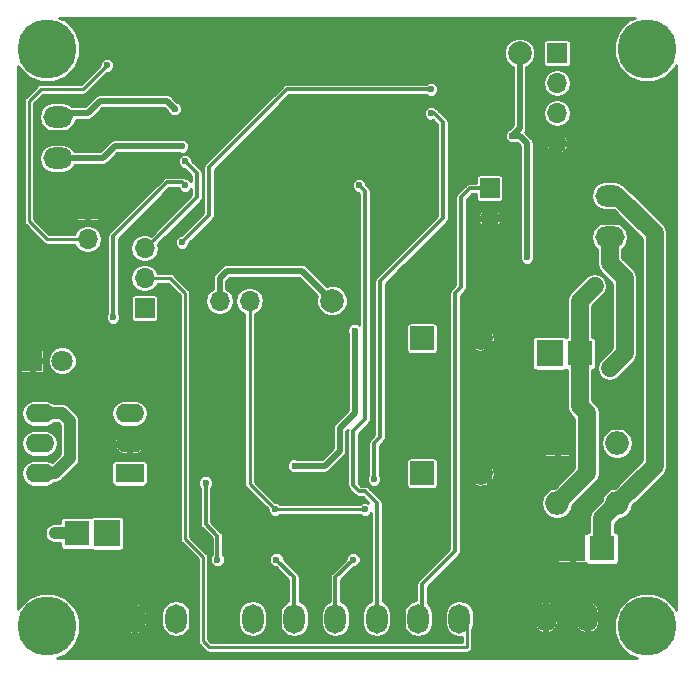
<source format=gbr>
%TF.GenerationSoftware,KiCad,Pcbnew,(5.0.2)-1*%
%TF.CreationDate,2019-04-17T22:45:11+02:00*%
%TF.ProjectId,nfc-door-x4,6e66632d-646f-46f7-922d-78342e6b6963,rev?*%
%TF.SameCoordinates,Original*%
%TF.FileFunction,Copper,L2,Bot*%
%TF.FilePolarity,Positive*%
%FSLAX46Y46*%
G04 Gerber Fmt 4.6, Leading zero omitted, Abs format (unit mm)*
G04 Created by KiCad (PCBNEW (5.0.2)-1) date 17.04.2019 22:45:11*
%MOMM*%
%LPD*%
G01*
G04 APERTURE LIST*
%ADD10C,5.000000*%
%ADD11R,1.700000X1.700000*%
%ADD12O,1.700000X1.700000*%
%ADD13O,1.800000X2.500000*%
%ADD14O,2.500000X1.800000*%
%ADD15R,2.159000X2.159000*%
%ADD16R,2.286000X2.286000*%
%ADD17R,2.400000X1.600000*%
%ADD18O,2.400000X1.600000*%
%ADD19C,1.998980*%
%ADD20R,2.000000X2.000000*%
%ADD21C,2.000000*%
%ADD22O,2.000000X2.000000*%
%ADD23R,1.800000X1.800000*%
%ADD24C,1.800000*%
%ADD25C,0.600000*%
%ADD26C,0.500000*%
%ADD27C,1.000000*%
%ADD28C,0.250000*%
%ADD29C,0.300000*%
%ADD30C,1.500000*%
%ADD31C,0.254000*%
G04 APERTURE END LIST*
D10*
X63920000Y-155634000D03*
X63920000Y-106739000D03*
X114720000Y-155634000D03*
X114720000Y-106739000D03*
D11*
X72175000Y-128710000D03*
D12*
X72175000Y-126170000D03*
X72175000Y-123630000D03*
D11*
X107100000Y-107120000D03*
D12*
X107100000Y-109660000D03*
X107100000Y-112200000D03*
X107100000Y-114740000D03*
D13*
X98840000Y-154984000D03*
X95340000Y-154984000D03*
D14*
X64809000Y-116010000D03*
X64809000Y-112510000D03*
D15*
X110910000Y-149030000D03*
D16*
X108370000Y-149030000D03*
D15*
X66460000Y-147760000D03*
D16*
X69000000Y-147760000D03*
D15*
X109005000Y-132520000D03*
D16*
X106465000Y-132520000D03*
D11*
X83605000Y-128075000D03*
D12*
X81065000Y-128075000D03*
X78525000Y-128075000D03*
D17*
X70905000Y-142680000D03*
D18*
X63285000Y-137600000D03*
X70905000Y-140140000D03*
X63285000Y-140140000D03*
X70905000Y-137600000D03*
X63285000Y-142680000D03*
D11*
X101385000Y-118550000D03*
D12*
X101385000Y-121090000D03*
D11*
X67349000Y-120328000D03*
D12*
X67349000Y-122868000D03*
D19*
X103925000Y-107120000D03*
X88050000Y-128075000D03*
D20*
X95670000Y-142680000D03*
D21*
X100670000Y-142680000D03*
D20*
X95670000Y-131250000D03*
D21*
X100670000Y-131250000D03*
D22*
X112180000Y-140140000D03*
X107100000Y-145220000D03*
X112180000Y-145220000D03*
D20*
X107100000Y-140140000D03*
D23*
X62650000Y-133155000D03*
D24*
X65190000Y-133155000D03*
D14*
X111545000Y-119185000D03*
X111545000Y-122685000D03*
D13*
X74840000Y-154984000D03*
X71340000Y-154984000D03*
X84840000Y-154984000D03*
X81340000Y-154984000D03*
X91840000Y-154984000D03*
X88340000Y-154984000D03*
X109640000Y-154872000D03*
X106140000Y-154872000D03*
D25*
X88685000Y-136785000D03*
X86780000Y-140140000D03*
X101004000Y-125662000D03*
X69254000Y-112962000D03*
X103290000Y-114105000D03*
X104560000Y-124392000D03*
X83224000Y-145728000D03*
X90844000Y-145728000D03*
X69000000Y-147760000D03*
X106846000Y-132520000D03*
X75604000Y-118296000D03*
X69508000Y-129472000D03*
X89840000Y-149984000D03*
X111545000Y-133790000D03*
X78340000Y-149984000D03*
X77340000Y-143484000D03*
X83340000Y-149984000D03*
X84875000Y-142045000D03*
X89955000Y-130615000D03*
X64555000Y-147760000D03*
X91606000Y-143188000D03*
X96432000Y-112200000D03*
X75350000Y-123122000D03*
X96432000Y-110168000D03*
X110275000Y-126805000D03*
X75350000Y-114994000D03*
X74715000Y-111819000D03*
X90336000Y-118296000D03*
X69000000Y-108136000D03*
X75604000Y-116264000D03*
D26*
X88685000Y-136785000D02*
X87415000Y-138055000D01*
X87415000Y-138055000D02*
X87415000Y-139505000D01*
X87415000Y-139505000D02*
X86780000Y-140140000D01*
X83605000Y-128075000D02*
X83605000Y-128710000D01*
X88685000Y-133790000D02*
X88685000Y-136785000D01*
X83605000Y-128710000D02*
X88685000Y-133790000D01*
D27*
X107100000Y-140140000D02*
X107100000Y-137680000D01*
X107100000Y-137680000D02*
X100670000Y-131250000D01*
X101385000Y-121090000D02*
X101385000Y-125281000D01*
X100670000Y-125996000D02*
X100670000Y-131250000D01*
X101385000Y-125281000D02*
X100670000Y-125996000D01*
X101004000Y-125662000D02*
X100670000Y-125996000D01*
D26*
X103036000Y-121090000D02*
X101385000Y-121090000D01*
X103290000Y-120836000D02*
X103036000Y-121090000D01*
X103290000Y-116264000D02*
X103290000Y-120836000D01*
X101004000Y-113978000D02*
X103290000Y-116264000D01*
X101004000Y-111438000D02*
X101004000Y-113978000D01*
X97956000Y-108390000D02*
X101004000Y-111438000D01*
X83224000Y-108390000D02*
X97956000Y-108390000D01*
X78398000Y-113216000D02*
X83224000Y-108390000D01*
X69508000Y-113216000D02*
X78398000Y-113216000D01*
X69254000Y-112962000D02*
X69508000Y-113216000D01*
D27*
X70905000Y-140140000D02*
X73191000Y-140140000D01*
X70905000Y-151824000D02*
X70905000Y-154999000D01*
X74080000Y-148649000D02*
X70905000Y-151824000D01*
X74080000Y-141029000D02*
X74080000Y-148649000D01*
X73191000Y-140140000D02*
X74080000Y-141029000D01*
D26*
X103925000Y-107120000D02*
X103925000Y-113470000D01*
X103925000Y-113470000D02*
X103290000Y-114105000D01*
X103925000Y-114105000D02*
X103290000Y-114105000D01*
X104560000Y-114740000D02*
X103925000Y-114105000D01*
X104560000Y-124392000D02*
X104560000Y-114740000D01*
D28*
X83224000Y-145728000D02*
X90844000Y-145728000D01*
X81065000Y-128075000D02*
X81065000Y-143569000D01*
X81065000Y-143569000D02*
X83224000Y-145728000D01*
D27*
X106846000Y-132520000D02*
X106465000Y-132520000D01*
D26*
X78525000Y-128075000D02*
X78525000Y-126805000D01*
X85510000Y-125535000D02*
X88050000Y-128075000D01*
X79160000Y-125535000D02*
X85510000Y-125535000D01*
X78525000Y-126170000D02*
X79160000Y-125535000D01*
X78525000Y-126805000D02*
X78525000Y-126170000D01*
D29*
X75350000Y-118042000D02*
X75604000Y-118296000D01*
X74080000Y-118042000D02*
X75350000Y-118042000D01*
X69508000Y-122614000D02*
X74080000Y-118042000D01*
X69508000Y-129472000D02*
X69508000Y-122614000D01*
X88340000Y-151484000D02*
X88340000Y-154984000D01*
X89840000Y-149984000D02*
X88340000Y-151484000D01*
D27*
X110910000Y-149030000D02*
X110910000Y-146490000D01*
D30*
X111545000Y-119185000D02*
X112180000Y-119185000D01*
X115355000Y-142045000D02*
X112180000Y-145220000D01*
X115355000Y-122360000D02*
X115355000Y-142045000D01*
X112180000Y-119185000D02*
X115355000Y-122360000D01*
X112180000Y-145220000D02*
X110910000Y-146490000D01*
X110910000Y-146490000D02*
X110910000Y-149030000D01*
X111545000Y-122995000D02*
X111545000Y-124900000D01*
X112815000Y-132520000D02*
X111545000Y-133790000D01*
X112815000Y-126170000D02*
X112815000Y-132520000D01*
X111545000Y-124900000D02*
X112815000Y-126170000D01*
D29*
X78340000Y-147984000D02*
X78340000Y-149984000D01*
X77340000Y-146984000D02*
X78340000Y-147984000D01*
X77340000Y-143484000D02*
X77340000Y-146984000D01*
X84840000Y-151484000D02*
X84840000Y-154984000D01*
X83340000Y-149984000D02*
X84840000Y-151484000D01*
D26*
X89955000Y-137600000D02*
X89955000Y-130615000D01*
X88685000Y-138870000D02*
X89955000Y-137600000D01*
X88685000Y-140775000D02*
X88685000Y-138870000D01*
X87415000Y-142045000D02*
X88685000Y-140775000D01*
X84875000Y-142045000D02*
X87415000Y-142045000D01*
X89955000Y-130615000D02*
X89955000Y-137600000D01*
D27*
X63285000Y-137600000D02*
X65190000Y-137600000D01*
X64555000Y-142680000D02*
X63285000Y-142680000D01*
X65825000Y-141410000D02*
X64555000Y-142680000D01*
X65825000Y-138235000D02*
X65825000Y-141410000D01*
X65190000Y-137600000D02*
X65825000Y-138235000D01*
X64555000Y-147760000D02*
X66460000Y-147760000D01*
D29*
X91606000Y-140140000D02*
X91606000Y-143188000D01*
X93384000Y-125154000D02*
X97448000Y-121090000D01*
X97448000Y-121090000D02*
X97448000Y-113978000D01*
X97448000Y-113978000D02*
X97448000Y-112962000D01*
X97448000Y-112962000D02*
X96686000Y-112200000D01*
X96686000Y-112200000D02*
X96432000Y-112200000D01*
X93384000Y-125154000D02*
X92114000Y-126424000D01*
X92114000Y-126424000D02*
X92114000Y-139632000D01*
X92114000Y-139632000D02*
X91606000Y-140140000D01*
X75350000Y-123122000D02*
X77636000Y-120836000D01*
X77636000Y-120836000D02*
X77636000Y-116772000D01*
X77636000Y-116772000D02*
X84240000Y-110168000D01*
X84240000Y-110168000D02*
X96432000Y-110168000D01*
D30*
X109005000Y-132520000D02*
X109005000Y-128075000D01*
X109005000Y-128075000D02*
X110275000Y-126805000D01*
X109005000Y-132520000D02*
X109005000Y-136965000D01*
X109640000Y-142680000D02*
X107100000Y-145220000D01*
X109640000Y-137600000D02*
X109640000Y-142680000D01*
X109005000Y-136965000D02*
X109640000Y-137600000D01*
D26*
X64809000Y-116010000D02*
X68619000Y-116010000D01*
X69635000Y-114994000D02*
X75350000Y-114994000D01*
X68619000Y-116010000D02*
X69635000Y-114994000D01*
X64809000Y-112200000D02*
X67349000Y-112200000D01*
X74080000Y-111184000D02*
X74715000Y-111819000D01*
X68365000Y-111184000D02*
X74080000Y-111184000D01*
X67349000Y-112200000D02*
X68365000Y-111184000D01*
D29*
X91860000Y-154364000D02*
X91225000Y-154999000D01*
X91860000Y-145220000D02*
X91860000Y-154364000D01*
X90844000Y-144204000D02*
X91860000Y-145220000D01*
X90336000Y-144204000D02*
X90844000Y-144204000D01*
X89828000Y-143696000D02*
X90336000Y-144204000D01*
X89828000Y-139124000D02*
X89828000Y-143696000D01*
X90844000Y-138108000D02*
X89828000Y-139124000D01*
X90844000Y-118804000D02*
X90844000Y-138108000D01*
X90336000Y-118296000D02*
X90844000Y-118804000D01*
X101385000Y-118550000D02*
X99734000Y-118550000D01*
X95670000Y-152078000D02*
X95670000Y-154999000D01*
X98464000Y-149284000D02*
X95670000Y-152078000D01*
X98464000Y-127440000D02*
X98464000Y-149284000D01*
X98972000Y-126932000D02*
X98464000Y-127440000D01*
X98972000Y-119312000D02*
X98972000Y-126932000D01*
X99734000Y-118550000D02*
X98972000Y-119312000D01*
D28*
X99480000Y-154999000D02*
X99480000Y-157412000D01*
X74334000Y-126170000D02*
X72175000Y-126170000D01*
X75604000Y-127440000D02*
X74334000Y-126170000D01*
X75604000Y-148268000D02*
X75604000Y-127440000D01*
X77128000Y-149792000D02*
X75604000Y-148268000D01*
X77128000Y-156904000D02*
X77128000Y-149792000D01*
X77636000Y-157412000D02*
X77128000Y-156904000D01*
X78652000Y-157412000D02*
X77636000Y-157412000D01*
X99480000Y-157412000D02*
X78652000Y-157412000D01*
X67349000Y-122868000D02*
X63920000Y-122868000D01*
X66968000Y-110168000D02*
X69000000Y-108136000D01*
X63412000Y-110168000D02*
X66968000Y-110168000D01*
X62396000Y-111184000D02*
X63412000Y-110168000D01*
X62396000Y-121344000D02*
X62396000Y-111184000D01*
X63920000Y-122868000D02*
X62396000Y-121344000D01*
D29*
X72175000Y-123630000D02*
X72302000Y-123630000D01*
X76620000Y-117280000D02*
X75604000Y-116264000D01*
X76620000Y-119312000D02*
X76620000Y-117280000D01*
X72302000Y-123630000D02*
X76620000Y-119312000D01*
D31*
G36*
X113118633Y-104342385D02*
X112323385Y-105137633D01*
X111893000Y-106176675D01*
X111893000Y-107301325D01*
X112323385Y-108340367D01*
X113118633Y-109135615D01*
X114157675Y-109566000D01*
X115282325Y-109566000D01*
X116321367Y-109135615D01*
X117116615Y-108340367D01*
X117213000Y-108107673D01*
X117213000Y-154265327D01*
X117116615Y-154032633D01*
X116321367Y-153237385D01*
X115282325Y-152807000D01*
X114157675Y-152807000D01*
X113118633Y-153237385D01*
X112323385Y-154032633D01*
X111893000Y-155071675D01*
X111893000Y-156196325D01*
X112323385Y-157235367D01*
X113118633Y-158030615D01*
X113906597Y-158357000D01*
X64733403Y-158357000D01*
X65521367Y-158030615D01*
X66316615Y-157235367D01*
X66747000Y-156196325D01*
X66747000Y-155111000D01*
X70313000Y-155111000D01*
X70313000Y-155461000D01*
X70439777Y-155844349D01*
X70703605Y-156150001D01*
X71055139Y-156320703D01*
X71213000Y-156321114D01*
X71213000Y-155111000D01*
X71467000Y-155111000D01*
X71467000Y-156321114D01*
X71624861Y-156320703D01*
X71976395Y-156150001D01*
X72240223Y-155844349D01*
X72367000Y-155461000D01*
X72367000Y-155111000D01*
X71467000Y-155111000D01*
X71213000Y-155111000D01*
X70313000Y-155111000D01*
X66747000Y-155111000D01*
X66747000Y-155071675D01*
X66513105Y-154507000D01*
X70313000Y-154507000D01*
X70313000Y-154857000D01*
X71213000Y-154857000D01*
X71467000Y-154857000D01*
X72367000Y-154857000D01*
X72367000Y-154513153D01*
X73613000Y-154513153D01*
X73613000Y-155454846D01*
X73684192Y-155812751D01*
X73955383Y-156218617D01*
X74361248Y-156489808D01*
X74840000Y-156585038D01*
X75318751Y-156489808D01*
X75724617Y-156218617D01*
X75995808Y-155812752D01*
X76067000Y-155454847D01*
X76067000Y-154513154D01*
X75995808Y-154155248D01*
X75724617Y-153749383D01*
X75318752Y-153478192D01*
X74840000Y-153382962D01*
X74361249Y-153478192D01*
X73955384Y-153749383D01*
X73684192Y-154155248D01*
X73613000Y-154513153D01*
X72367000Y-154513153D01*
X72367000Y-154507000D01*
X72240223Y-154123651D01*
X71976395Y-153817999D01*
X71624861Y-153647297D01*
X71467000Y-153646886D01*
X71467000Y-154857000D01*
X71213000Y-154857000D01*
X71213000Y-153646886D01*
X71055139Y-153647297D01*
X70703605Y-153817999D01*
X70439777Y-154123651D01*
X70313000Y-154507000D01*
X66513105Y-154507000D01*
X66316615Y-154032633D01*
X65521367Y-153237385D01*
X64482325Y-152807000D01*
X63357675Y-152807000D01*
X62318633Y-153237385D01*
X61523385Y-154032633D01*
X61467000Y-154168759D01*
X61467000Y-147760000D01*
X63711799Y-147760000D01*
X63775984Y-148082679D01*
X63958767Y-148356233D01*
X64232321Y-148539016D01*
X64473552Y-148587000D01*
X65047094Y-148587000D01*
X65047094Y-148839500D01*
X65072473Y-148967089D01*
X65144746Y-149075254D01*
X65252911Y-149147527D01*
X65380500Y-149172906D01*
X67539500Y-149172906D01*
X67641880Y-149152541D01*
X67729411Y-149211027D01*
X67857000Y-149236406D01*
X70143000Y-149236406D01*
X70270589Y-149211027D01*
X70378754Y-149138754D01*
X70451027Y-149030589D01*
X70476406Y-148903000D01*
X70476406Y-146617000D01*
X70451027Y-146489411D01*
X70378754Y-146381246D01*
X70270589Y-146308973D01*
X70143000Y-146283594D01*
X67857000Y-146283594D01*
X67729411Y-146308973D01*
X67641880Y-146367459D01*
X67539500Y-146347094D01*
X65380500Y-146347094D01*
X65252911Y-146372473D01*
X65144746Y-146444746D01*
X65072473Y-146552911D01*
X65047094Y-146680500D01*
X65047094Y-146933000D01*
X64473552Y-146933000D01*
X64232321Y-146980984D01*
X63958767Y-147163767D01*
X63775984Y-147437321D01*
X63711799Y-147760000D01*
X61467000Y-147760000D01*
X61467000Y-140140000D01*
X61735921Y-140140000D01*
X61823389Y-140579733D01*
X62072478Y-140952522D01*
X62445267Y-141201611D01*
X62774001Y-141267000D01*
X63795999Y-141267000D01*
X64124733Y-141201611D01*
X64497522Y-140952522D01*
X64746611Y-140579733D01*
X64834079Y-140140000D01*
X64746611Y-139700267D01*
X64497522Y-139327478D01*
X64124733Y-139078389D01*
X63795999Y-139013000D01*
X62774001Y-139013000D01*
X62445267Y-139078389D01*
X62072478Y-139327478D01*
X61823389Y-139700267D01*
X61735921Y-140140000D01*
X61467000Y-140140000D01*
X61467000Y-137600000D01*
X61735921Y-137600000D01*
X61823389Y-138039733D01*
X62072478Y-138412522D01*
X62445267Y-138661611D01*
X62774001Y-138727000D01*
X63795999Y-138727000D01*
X64124733Y-138661611D01*
X64475854Y-138427000D01*
X64847446Y-138427000D01*
X64998000Y-138577554D01*
X64998001Y-141067445D01*
X64317953Y-141747494D01*
X64124733Y-141618389D01*
X63795999Y-141553000D01*
X62774001Y-141553000D01*
X62445267Y-141618389D01*
X62072478Y-141867478D01*
X61823389Y-142240267D01*
X61735921Y-142680000D01*
X61823389Y-143119733D01*
X62072478Y-143492522D01*
X62445267Y-143741611D01*
X62774001Y-143807000D01*
X63795999Y-143807000D01*
X64124733Y-143741611D01*
X64475327Y-143507352D01*
X64555000Y-143523200D01*
X64636444Y-143507000D01*
X64636448Y-143507000D01*
X64877679Y-143459016D01*
X65151233Y-143276233D01*
X65197372Y-143207181D01*
X66352186Y-142052369D01*
X66421233Y-142006233D01*
X66505579Y-141880000D01*
X69371594Y-141880000D01*
X69371594Y-143480000D01*
X69396973Y-143607589D01*
X69469246Y-143715754D01*
X69577411Y-143788027D01*
X69705000Y-143813406D01*
X72105000Y-143813406D01*
X72232589Y-143788027D01*
X72340754Y-143715754D01*
X72413027Y-143607589D01*
X72438406Y-143480000D01*
X72438406Y-141880000D01*
X72413027Y-141752411D01*
X72340754Y-141644246D01*
X72232589Y-141571973D01*
X72105000Y-141546594D01*
X69705000Y-141546594D01*
X69577411Y-141571973D01*
X69469246Y-141644246D01*
X69396973Y-141752411D01*
X69371594Y-141880000D01*
X66505579Y-141880000D01*
X66604016Y-141732679D01*
X66652000Y-141491448D01*
X66652000Y-141491444D01*
X66668200Y-141410001D01*
X66652000Y-141328558D01*
X66652000Y-140409084D01*
X69617913Y-140409084D01*
X69759709Y-140705686D01*
X70032920Y-140947836D01*
X70378000Y-141067000D01*
X70778000Y-141067000D01*
X70778000Y-140267000D01*
X71032000Y-140267000D01*
X71032000Y-141067000D01*
X71432000Y-141067000D01*
X71777080Y-140947836D01*
X72050291Y-140705686D01*
X72192087Y-140409084D01*
X72191196Y-140267000D01*
X71032000Y-140267000D01*
X70778000Y-140267000D01*
X69618804Y-140267000D01*
X69617913Y-140409084D01*
X66652000Y-140409084D01*
X66652000Y-139870916D01*
X69617913Y-139870916D01*
X69618804Y-140013000D01*
X70778000Y-140013000D01*
X70778000Y-139213000D01*
X71032000Y-139213000D01*
X71032000Y-140013000D01*
X72191196Y-140013000D01*
X72192087Y-139870916D01*
X72050291Y-139574314D01*
X71777080Y-139332164D01*
X71432000Y-139213000D01*
X71032000Y-139213000D01*
X70778000Y-139213000D01*
X70378000Y-139213000D01*
X70032920Y-139332164D01*
X69759709Y-139574314D01*
X69617913Y-139870916D01*
X66652000Y-139870916D01*
X66652000Y-138316448D01*
X66668201Y-138235000D01*
X66604016Y-137912321D01*
X66467370Y-137707815D01*
X66467368Y-137707813D01*
X66421233Y-137638767D01*
X66363214Y-137600000D01*
X69355921Y-137600000D01*
X69443389Y-138039733D01*
X69692478Y-138412522D01*
X70065267Y-138661611D01*
X70394001Y-138727000D01*
X71415999Y-138727000D01*
X71744733Y-138661611D01*
X72117522Y-138412522D01*
X72366611Y-138039733D01*
X72454079Y-137600000D01*
X72366611Y-137160267D01*
X72117522Y-136787478D01*
X71744733Y-136538389D01*
X71415999Y-136473000D01*
X70394001Y-136473000D01*
X70065267Y-136538389D01*
X69692478Y-136787478D01*
X69443389Y-137160267D01*
X69355921Y-137600000D01*
X66363214Y-137600000D01*
X66352186Y-137592632D01*
X65832372Y-137072818D01*
X65786233Y-137003767D01*
X65512679Y-136820984D01*
X65271448Y-136773000D01*
X65271444Y-136773000D01*
X65190000Y-136756800D01*
X65108556Y-136773000D01*
X64475854Y-136773000D01*
X64124733Y-136538389D01*
X63795999Y-136473000D01*
X62774001Y-136473000D01*
X62445267Y-136538389D01*
X62072478Y-136787478D01*
X61823389Y-137160267D01*
X61735921Y-137600000D01*
X61467000Y-137600000D01*
X61467000Y-133313750D01*
X61623000Y-133313750D01*
X61623000Y-134080262D01*
X61642335Y-134126940D01*
X61678060Y-134162665D01*
X61724738Y-134182000D01*
X62491250Y-134182000D01*
X62523000Y-134150250D01*
X62523000Y-133282000D01*
X62777000Y-133282000D01*
X62777000Y-134150250D01*
X62808750Y-134182000D01*
X63575262Y-134182000D01*
X63621940Y-134162665D01*
X63657665Y-134126940D01*
X63677000Y-134080262D01*
X63677000Y-133313750D01*
X63645250Y-133282000D01*
X62777000Y-133282000D01*
X62523000Y-133282000D01*
X61654750Y-133282000D01*
X61623000Y-133313750D01*
X61467000Y-133313750D01*
X61467000Y-132229738D01*
X61623000Y-132229738D01*
X61623000Y-132996250D01*
X61654750Y-133028000D01*
X62523000Y-133028000D01*
X62523000Y-132159750D01*
X62777000Y-132159750D01*
X62777000Y-133028000D01*
X63645250Y-133028000D01*
X63677000Y-132996250D01*
X63677000Y-132910935D01*
X63963000Y-132910935D01*
X63963000Y-133399065D01*
X64149800Y-133850039D01*
X64494961Y-134195200D01*
X64945935Y-134382000D01*
X65434065Y-134382000D01*
X65885039Y-134195200D01*
X66230200Y-133850039D01*
X66417000Y-133399065D01*
X66417000Y-132910935D01*
X66230200Y-132459961D01*
X65885039Y-132114800D01*
X65434065Y-131928000D01*
X64945935Y-131928000D01*
X64494961Y-132114800D01*
X64149800Y-132459961D01*
X63963000Y-132910935D01*
X63677000Y-132910935D01*
X63677000Y-132229738D01*
X63657665Y-132183060D01*
X63621940Y-132147335D01*
X63575262Y-132128000D01*
X62808750Y-132128000D01*
X62777000Y-132159750D01*
X62523000Y-132159750D01*
X62491250Y-132128000D01*
X61724738Y-132128000D01*
X61678060Y-132147335D01*
X61642335Y-132183060D01*
X61623000Y-132229738D01*
X61467000Y-132229738D01*
X61467000Y-129347282D01*
X68881000Y-129347282D01*
X68881000Y-129596718D01*
X68976455Y-129827167D01*
X69152833Y-130003545D01*
X69383282Y-130099000D01*
X69632718Y-130099000D01*
X69863167Y-130003545D01*
X70039545Y-129827167D01*
X70135000Y-129596718D01*
X70135000Y-129347282D01*
X70039545Y-129116833D01*
X69985000Y-129062288D01*
X69985000Y-127860000D01*
X70991594Y-127860000D01*
X70991594Y-129560000D01*
X71016973Y-129687589D01*
X71089246Y-129795754D01*
X71197411Y-129868027D01*
X71325000Y-129893406D01*
X73025000Y-129893406D01*
X73152589Y-129868027D01*
X73260754Y-129795754D01*
X73333027Y-129687589D01*
X73358406Y-129560000D01*
X73358406Y-127860000D01*
X73333027Y-127732411D01*
X73260754Y-127624246D01*
X73152589Y-127551973D01*
X73025000Y-127526594D01*
X71325000Y-127526594D01*
X71197411Y-127551973D01*
X71089246Y-127624246D01*
X71016973Y-127732411D01*
X70991594Y-127860000D01*
X69985000Y-127860000D01*
X69985000Y-126170000D01*
X70974942Y-126170000D01*
X71066291Y-126629242D01*
X71326431Y-127018569D01*
X71715758Y-127278709D01*
X72059080Y-127347000D01*
X72290920Y-127347000D01*
X72634242Y-127278709D01*
X73023569Y-127018569D01*
X73283709Y-126629242D01*
X73285150Y-126622000D01*
X74146776Y-126622000D01*
X75152001Y-127627226D01*
X75152000Y-148223482D01*
X75143145Y-148268000D01*
X75166815Y-148387000D01*
X75178225Y-148444361D01*
X75278126Y-148593874D01*
X75315869Y-148619093D01*
X76676001Y-149979225D01*
X76676000Y-156859482D01*
X76667145Y-156904000D01*
X76676000Y-156948517D01*
X76702225Y-157080361D01*
X76802126Y-157229874D01*
X76839869Y-157255093D01*
X77284907Y-157700131D01*
X77310126Y-157737874D01*
X77459638Y-157837775D01*
X77591482Y-157864000D01*
X77591483Y-157864000D01*
X77635999Y-157872855D01*
X77680516Y-157864000D01*
X99435482Y-157864000D01*
X99480000Y-157872855D01*
X99656362Y-157837775D01*
X99805874Y-157737874D01*
X99905775Y-157588362D01*
X99932000Y-157456518D01*
X99940855Y-157412000D01*
X99932000Y-157367482D01*
X99932000Y-155908247D01*
X99995808Y-155812752D01*
X100067000Y-155454847D01*
X100067000Y-154999000D01*
X105113000Y-154999000D01*
X105113000Y-155349000D01*
X105239777Y-155732349D01*
X105503605Y-156038001D01*
X105855139Y-156208703D01*
X106013000Y-156209114D01*
X106013000Y-154999000D01*
X106267000Y-154999000D01*
X106267000Y-156209114D01*
X106424861Y-156208703D01*
X106776395Y-156038001D01*
X107040223Y-155732349D01*
X107167000Y-155349000D01*
X107167000Y-154999000D01*
X108613000Y-154999000D01*
X108613000Y-155349000D01*
X108739777Y-155732349D01*
X109003605Y-156038001D01*
X109355139Y-156208703D01*
X109513000Y-156209114D01*
X109513000Y-154999000D01*
X109767000Y-154999000D01*
X109767000Y-156209114D01*
X109924861Y-156208703D01*
X110276395Y-156038001D01*
X110540223Y-155732349D01*
X110667000Y-155349000D01*
X110667000Y-154999000D01*
X109767000Y-154999000D01*
X109513000Y-154999000D01*
X108613000Y-154999000D01*
X107167000Y-154999000D01*
X106267000Y-154999000D01*
X106013000Y-154999000D01*
X105113000Y-154999000D01*
X100067000Y-154999000D01*
X100067000Y-154513154D01*
X100043498Y-154395000D01*
X105113000Y-154395000D01*
X105113000Y-154745000D01*
X106013000Y-154745000D01*
X106267000Y-154745000D01*
X107167000Y-154745000D01*
X107167000Y-154395000D01*
X108613000Y-154395000D01*
X108613000Y-154745000D01*
X109513000Y-154745000D01*
X109767000Y-154745000D01*
X110667000Y-154745000D01*
X110667000Y-154395000D01*
X110540223Y-154011651D01*
X110276395Y-153705999D01*
X109924861Y-153535297D01*
X109767000Y-153534886D01*
X109767000Y-154745000D01*
X109513000Y-154745000D01*
X109513000Y-153534886D01*
X109355139Y-153535297D01*
X109003605Y-153705999D01*
X108739777Y-154011651D01*
X108613000Y-154395000D01*
X107167000Y-154395000D01*
X107040223Y-154011651D01*
X106776395Y-153705999D01*
X106424861Y-153535297D01*
X106267000Y-153534886D01*
X106267000Y-154745000D01*
X106013000Y-154745000D01*
X106013000Y-153534886D01*
X105855139Y-153535297D01*
X105503605Y-153705999D01*
X105239777Y-154011651D01*
X105113000Y-154395000D01*
X100043498Y-154395000D01*
X99995808Y-154155248D01*
X99724617Y-153749383D01*
X99318752Y-153478192D01*
X98840000Y-153382962D01*
X98361249Y-153478192D01*
X97955384Y-153749383D01*
X97684192Y-154155248D01*
X97613000Y-154513153D01*
X97613000Y-155454846D01*
X97684192Y-155812751D01*
X97955383Y-156218617D01*
X98361248Y-156489808D01*
X98840000Y-156585038D01*
X99028001Y-156547642D01*
X99028001Y-156960000D01*
X77823224Y-156960000D01*
X77580000Y-156716776D01*
X77580000Y-154513153D01*
X80113000Y-154513153D01*
X80113000Y-155454846D01*
X80184192Y-155812751D01*
X80455383Y-156218617D01*
X80861248Y-156489808D01*
X81340000Y-156585038D01*
X81818751Y-156489808D01*
X82224617Y-156218617D01*
X82495808Y-155812752D01*
X82567000Y-155454847D01*
X82567000Y-154513154D01*
X82495808Y-154155248D01*
X82224617Y-153749383D01*
X81818752Y-153478192D01*
X81340000Y-153382962D01*
X80861249Y-153478192D01*
X80455384Y-153749383D01*
X80184192Y-154155248D01*
X80113000Y-154513153D01*
X77580000Y-154513153D01*
X77580000Y-149836516D01*
X77588855Y-149791999D01*
X77580000Y-149747482D01*
X77553775Y-149615638D01*
X77453874Y-149466126D01*
X77416131Y-149440907D01*
X76056000Y-148080776D01*
X76056000Y-143359282D01*
X76713000Y-143359282D01*
X76713000Y-143608718D01*
X76808455Y-143839167D01*
X76863000Y-143893712D01*
X76863001Y-146937024D01*
X76853657Y-146984000D01*
X76890677Y-147170115D01*
X76955062Y-147266473D01*
X76996104Y-147327897D01*
X77035927Y-147354506D01*
X77863000Y-148181580D01*
X77863001Y-149574287D01*
X77808455Y-149628833D01*
X77713000Y-149859282D01*
X77713000Y-150108718D01*
X77808455Y-150339167D01*
X77984833Y-150515545D01*
X78215282Y-150611000D01*
X78464718Y-150611000D01*
X78695167Y-150515545D01*
X78871545Y-150339167D01*
X78967000Y-150108718D01*
X78967000Y-149859282D01*
X82713000Y-149859282D01*
X82713000Y-150108718D01*
X82808455Y-150339167D01*
X82984833Y-150515545D01*
X83215282Y-150611000D01*
X83292421Y-150611000D01*
X84363000Y-151681580D01*
X84363001Y-153477844D01*
X84361249Y-153478192D01*
X83955384Y-153749383D01*
X83684192Y-154155248D01*
X83613000Y-154513153D01*
X83613000Y-155454846D01*
X83684192Y-155812751D01*
X83955383Y-156218617D01*
X84361248Y-156489808D01*
X84840000Y-156585038D01*
X85318751Y-156489808D01*
X85724617Y-156218617D01*
X85995808Y-155812752D01*
X86067000Y-155454847D01*
X86067000Y-154513154D01*
X86067000Y-154513153D01*
X87113000Y-154513153D01*
X87113000Y-155454846D01*
X87184192Y-155812751D01*
X87455383Y-156218617D01*
X87861248Y-156489808D01*
X88340000Y-156585038D01*
X88818751Y-156489808D01*
X89224617Y-156218617D01*
X89495808Y-155812752D01*
X89567000Y-155454847D01*
X89567000Y-154513154D01*
X89495808Y-154155248D01*
X89224617Y-153749383D01*
X88818752Y-153478192D01*
X88817000Y-153477844D01*
X88817000Y-151681579D01*
X89887580Y-150611000D01*
X89964718Y-150611000D01*
X90195167Y-150515545D01*
X90371545Y-150339167D01*
X90467000Y-150108718D01*
X90467000Y-149859282D01*
X90371545Y-149628833D01*
X90195167Y-149452455D01*
X89964718Y-149357000D01*
X89715282Y-149357000D01*
X89484833Y-149452455D01*
X89308455Y-149628833D01*
X89213000Y-149859282D01*
X89213000Y-149936420D01*
X88035929Y-151113492D01*
X87996103Y-151140103D01*
X87890677Y-151297885D01*
X87863000Y-151437026D01*
X87863000Y-151437029D01*
X87853657Y-151484000D01*
X87863000Y-151530971D01*
X87863001Y-153477844D01*
X87861249Y-153478192D01*
X87455384Y-153749383D01*
X87184192Y-154155248D01*
X87113000Y-154513153D01*
X86067000Y-154513153D01*
X85995808Y-154155248D01*
X85724617Y-153749383D01*
X85318752Y-153478192D01*
X85317000Y-153477844D01*
X85317000Y-151530969D01*
X85326343Y-151483999D01*
X85317000Y-151437029D01*
X85317000Y-151437025D01*
X85289323Y-151297884D01*
X85183897Y-151140103D01*
X85144075Y-151113495D01*
X83967000Y-149936421D01*
X83967000Y-149859282D01*
X83871545Y-149628833D01*
X83695167Y-149452455D01*
X83464718Y-149357000D01*
X83215282Y-149357000D01*
X82984833Y-149452455D01*
X82808455Y-149628833D01*
X82713000Y-149859282D01*
X78967000Y-149859282D01*
X78871545Y-149628833D01*
X78817000Y-149574288D01*
X78817000Y-148030975D01*
X78826344Y-147984000D01*
X78789323Y-147797884D01*
X78710506Y-147679926D01*
X78683897Y-147640103D01*
X78644075Y-147613495D01*
X77817000Y-146786421D01*
X77817000Y-143893712D01*
X77871545Y-143839167D01*
X77967000Y-143608718D01*
X77967000Y-143359282D01*
X77871545Y-143128833D01*
X77695167Y-142952455D01*
X77464718Y-142857000D01*
X77215282Y-142857000D01*
X76984833Y-142952455D01*
X76808455Y-143128833D01*
X76713000Y-143359282D01*
X76056000Y-143359282D01*
X76056000Y-128075000D01*
X77324942Y-128075000D01*
X77416291Y-128534242D01*
X77676431Y-128923569D01*
X78065758Y-129183709D01*
X78409080Y-129252000D01*
X78640920Y-129252000D01*
X78984242Y-129183709D01*
X79373569Y-128923569D01*
X79633709Y-128534242D01*
X79725058Y-128075000D01*
X79864942Y-128075000D01*
X79956291Y-128534242D01*
X80216431Y-128923569D01*
X80605758Y-129183709D01*
X80613000Y-129185150D01*
X80613001Y-143524477D01*
X80604145Y-143569000D01*
X80639225Y-143745361D01*
X80713909Y-143857133D01*
X80739127Y-143894874D01*
X80776867Y-143920091D01*
X82597000Y-145740225D01*
X82597000Y-145852718D01*
X82692455Y-146083167D01*
X82868833Y-146259545D01*
X83099282Y-146355000D01*
X83348718Y-146355000D01*
X83579167Y-146259545D01*
X83658712Y-146180000D01*
X90409288Y-146180000D01*
X90488833Y-146259545D01*
X90719282Y-146355000D01*
X90968718Y-146355000D01*
X91199167Y-146259545D01*
X91375545Y-146083167D01*
X91383000Y-146065169D01*
X91383001Y-153473865D01*
X91361249Y-153478192D01*
X90955384Y-153749383D01*
X90684192Y-154155248D01*
X90613000Y-154513153D01*
X90613000Y-155454846D01*
X90684192Y-155812751D01*
X90955383Y-156218617D01*
X91361248Y-156489808D01*
X91840000Y-156585038D01*
X92318751Y-156489808D01*
X92724617Y-156218617D01*
X92995808Y-155812752D01*
X93067000Y-155454847D01*
X93067000Y-154513154D01*
X93067000Y-154513153D01*
X94113000Y-154513153D01*
X94113000Y-155454846D01*
X94184192Y-155812751D01*
X94455383Y-156218617D01*
X94861248Y-156489808D01*
X95340000Y-156585038D01*
X95818751Y-156489808D01*
X96224617Y-156218617D01*
X96495808Y-155812752D01*
X96567000Y-155454847D01*
X96567000Y-154513154D01*
X96495808Y-154155248D01*
X96224617Y-153749383D01*
X96147000Y-153697521D01*
X96147000Y-152275579D01*
X98768074Y-149654506D01*
X98807897Y-149627897D01*
X98913323Y-149470116D01*
X98941000Y-149330975D01*
X98950344Y-149284000D01*
X98941000Y-149237025D01*
X98941000Y-149188750D01*
X107100000Y-149188750D01*
X107100000Y-150198262D01*
X107119335Y-150244940D01*
X107155060Y-150280665D01*
X107201738Y-150300000D01*
X108211250Y-150300000D01*
X108243000Y-150268250D01*
X108243000Y-149157000D01*
X107131750Y-149157000D01*
X107100000Y-149188750D01*
X98941000Y-149188750D01*
X98941000Y-147861738D01*
X107100000Y-147861738D01*
X107100000Y-148871250D01*
X107131750Y-148903000D01*
X108243000Y-148903000D01*
X108243000Y-147791750D01*
X108497000Y-147791750D01*
X108497000Y-148903000D01*
X108517000Y-148903000D01*
X108517000Y-149157000D01*
X108497000Y-149157000D01*
X108497000Y-150268250D01*
X108528750Y-150300000D01*
X109538262Y-150300000D01*
X109558819Y-150291485D01*
X109594746Y-150345254D01*
X109702911Y-150417527D01*
X109830500Y-150442906D01*
X111989500Y-150442906D01*
X112117089Y-150417527D01*
X112225254Y-150345254D01*
X112297527Y-150237089D01*
X112322906Y-150109500D01*
X112322906Y-147950500D01*
X112297527Y-147822911D01*
X112225254Y-147714746D01*
X112117089Y-147642473D01*
X111989500Y-147617094D01*
X111987000Y-147617094D01*
X111987000Y-146936107D01*
X112392349Y-146530758D01*
X112697770Y-146470006D01*
X113136713Y-146176713D01*
X113430006Y-145737770D01*
X113490758Y-145432349D01*
X116041551Y-142881557D01*
X116131473Y-142821473D01*
X116369511Y-142465224D01*
X116432000Y-142151072D01*
X116432000Y-142151067D01*
X116453098Y-142045001D01*
X116432000Y-141938934D01*
X116432000Y-122466066D01*
X116453098Y-122359999D01*
X116432000Y-122253933D01*
X116432000Y-122253928D01*
X116369511Y-121939776D01*
X116131473Y-121583527D01*
X116041551Y-121523444D01*
X113016559Y-118498452D01*
X112956473Y-118408527D01*
X112600224Y-118170489D01*
X112578856Y-118166239D01*
X112373752Y-118029192D01*
X112015847Y-117958000D01*
X111074153Y-117958000D01*
X110716248Y-118029192D01*
X110310383Y-118300383D01*
X110039192Y-118706248D01*
X109943962Y-119185000D01*
X110039192Y-119663752D01*
X110310383Y-120069617D01*
X110716248Y-120340808D01*
X111074153Y-120412000D01*
X111883893Y-120412000D01*
X114278000Y-122806108D01*
X114278001Y-141598891D01*
X111967651Y-143909242D01*
X111662230Y-143969994D01*
X111223287Y-144263287D01*
X110929994Y-144702230D01*
X110869242Y-145007650D01*
X110223452Y-145653441D01*
X110133527Y-145713527D01*
X109895489Y-146069777D01*
X109833000Y-146383929D01*
X109833000Y-146383934D01*
X109811902Y-146490000D01*
X109833000Y-146596067D01*
X109833000Y-147617094D01*
X109830500Y-147617094D01*
X109702911Y-147642473D01*
X109594746Y-147714746D01*
X109558819Y-147768515D01*
X109538262Y-147760000D01*
X108528750Y-147760000D01*
X108497000Y-147791750D01*
X108243000Y-147791750D01*
X108211250Y-147760000D01*
X107201738Y-147760000D01*
X107155060Y-147779335D01*
X107119335Y-147815060D01*
X107100000Y-147861738D01*
X98941000Y-147861738D01*
X98941000Y-143554753D01*
X99974852Y-143554753D01*
X100101472Y-143678578D01*
X100526888Y-143820131D01*
X100974091Y-143788111D01*
X101238528Y-143678578D01*
X101365148Y-143554753D01*
X100670000Y-142859605D01*
X99974852Y-143554753D01*
X98941000Y-143554753D01*
X98941000Y-142536888D01*
X99529869Y-142536888D01*
X99561889Y-142984091D01*
X99671422Y-143248528D01*
X99795247Y-143375148D01*
X100490395Y-142680000D01*
X100849605Y-142680000D01*
X101544753Y-143375148D01*
X101668578Y-143248528D01*
X101810131Y-142823112D01*
X101778111Y-142375909D01*
X101668578Y-142111472D01*
X101544753Y-141984852D01*
X100849605Y-142680000D01*
X100490395Y-142680000D01*
X99795247Y-141984852D01*
X99671422Y-142111472D01*
X99529869Y-142536888D01*
X98941000Y-142536888D01*
X98941000Y-141805247D01*
X99974852Y-141805247D01*
X100670000Y-142500395D01*
X101365148Y-141805247D01*
X101238528Y-141681422D01*
X100813112Y-141539869D01*
X100365909Y-141571889D01*
X100101472Y-141681422D01*
X99974852Y-141805247D01*
X98941000Y-141805247D01*
X98941000Y-140298750D01*
X105973000Y-140298750D01*
X105973000Y-141165262D01*
X105992335Y-141211940D01*
X106028060Y-141247665D01*
X106074738Y-141267000D01*
X106941250Y-141267000D01*
X106973000Y-141235250D01*
X106973000Y-140267000D01*
X107227000Y-140267000D01*
X107227000Y-141235250D01*
X107258750Y-141267000D01*
X108125262Y-141267000D01*
X108171940Y-141247665D01*
X108207665Y-141211940D01*
X108227000Y-141165262D01*
X108227000Y-140298750D01*
X108195250Y-140267000D01*
X107227000Y-140267000D01*
X106973000Y-140267000D01*
X106004750Y-140267000D01*
X105973000Y-140298750D01*
X98941000Y-140298750D01*
X98941000Y-139114738D01*
X105973000Y-139114738D01*
X105973000Y-139981250D01*
X106004750Y-140013000D01*
X106973000Y-140013000D01*
X106973000Y-139044750D01*
X107227000Y-139044750D01*
X107227000Y-140013000D01*
X108195250Y-140013000D01*
X108227000Y-139981250D01*
X108227000Y-139114738D01*
X108207665Y-139068060D01*
X108171940Y-139032335D01*
X108125262Y-139013000D01*
X107258750Y-139013000D01*
X107227000Y-139044750D01*
X106973000Y-139044750D01*
X106941250Y-139013000D01*
X106074738Y-139013000D01*
X106028060Y-139032335D01*
X105992335Y-139068060D01*
X105973000Y-139114738D01*
X98941000Y-139114738D01*
X98941000Y-132124753D01*
X99974852Y-132124753D01*
X100101472Y-132248578D01*
X100526888Y-132390131D01*
X100974091Y-132358111D01*
X101238528Y-132248578D01*
X101365148Y-132124753D01*
X100670000Y-131429605D01*
X99974852Y-132124753D01*
X98941000Y-132124753D01*
X98941000Y-131106888D01*
X99529869Y-131106888D01*
X99561889Y-131554091D01*
X99671422Y-131818528D01*
X99795247Y-131945148D01*
X100490395Y-131250000D01*
X100849605Y-131250000D01*
X101544753Y-131945148D01*
X101668578Y-131818528D01*
X101810131Y-131393112D01*
X101808978Y-131377000D01*
X104988594Y-131377000D01*
X104988594Y-133663000D01*
X105013973Y-133790589D01*
X105086246Y-133898754D01*
X105194411Y-133971027D01*
X105322000Y-133996406D01*
X107608000Y-133996406D01*
X107735589Y-133971027D01*
X107823120Y-133912541D01*
X107925500Y-133932906D01*
X107928000Y-133932906D01*
X107928001Y-136858929D01*
X107906902Y-136965000D01*
X107928001Y-137071072D01*
X107949624Y-137179776D01*
X107990490Y-137385224D01*
X108168442Y-137651549D01*
X108168444Y-137651551D01*
X108228528Y-137741473D01*
X108318450Y-137801557D01*
X108563000Y-138046107D01*
X108563001Y-142233891D01*
X106887651Y-143909242D01*
X106582230Y-143969994D01*
X106143287Y-144263287D01*
X105849994Y-144702230D01*
X105747003Y-145220000D01*
X105849994Y-145737770D01*
X106143287Y-146176713D01*
X106582230Y-146470006D01*
X106969304Y-146547000D01*
X107230696Y-146547000D01*
X107617770Y-146470006D01*
X108056713Y-146176713D01*
X108350006Y-145737770D01*
X108410758Y-145432349D01*
X110326551Y-143516557D01*
X110416473Y-143456473D01*
X110654511Y-143100224D01*
X110717000Y-142786072D01*
X110717000Y-142786067D01*
X110738098Y-142680001D01*
X110717000Y-142573934D01*
X110717000Y-140140000D01*
X110827003Y-140140000D01*
X110929994Y-140657770D01*
X111223287Y-141096713D01*
X111662230Y-141390006D01*
X112049304Y-141467000D01*
X112310696Y-141467000D01*
X112697770Y-141390006D01*
X113136713Y-141096713D01*
X113430006Y-140657770D01*
X113532997Y-140140000D01*
X113430006Y-139622230D01*
X113136713Y-139183287D01*
X112697770Y-138889994D01*
X112310696Y-138813000D01*
X112049304Y-138813000D01*
X111662230Y-138889994D01*
X111223287Y-139183287D01*
X110929994Y-139622230D01*
X110827003Y-140140000D01*
X110717000Y-140140000D01*
X110717000Y-137706068D01*
X110738098Y-137600000D01*
X110717000Y-137493932D01*
X110717000Y-137493928D01*
X110654511Y-137179776D01*
X110654511Y-137179775D01*
X110476558Y-136913451D01*
X110416473Y-136823527D01*
X110326549Y-136763442D01*
X110082000Y-136518893D01*
X110082000Y-133932906D01*
X110084500Y-133932906D01*
X110212089Y-133907527D01*
X110320254Y-133835254D01*
X110392527Y-133727089D01*
X110417906Y-133599500D01*
X110417906Y-131440500D01*
X110392527Y-131312911D01*
X110320254Y-131204746D01*
X110212089Y-131132473D01*
X110084500Y-131107094D01*
X110082000Y-131107094D01*
X110082000Y-128521107D01*
X111111558Y-127491550D01*
X111289510Y-127225225D01*
X111373098Y-126805001D01*
X111289510Y-126384776D01*
X111051473Y-126028527D01*
X110695224Y-125790490D01*
X110274999Y-125706902D01*
X109854775Y-125790490D01*
X109588450Y-125968442D01*
X108318450Y-127238443D01*
X108228528Y-127298527D01*
X108168444Y-127388449D01*
X108168442Y-127388451D01*
X108099554Y-127491550D01*
X107990490Y-127654776D01*
X107943836Y-127889323D01*
X107906902Y-128075000D01*
X107928001Y-128181071D01*
X107928000Y-131107094D01*
X107925500Y-131107094D01*
X107823120Y-131127459D01*
X107735589Y-131068973D01*
X107608000Y-131043594D01*
X105322000Y-131043594D01*
X105194411Y-131068973D01*
X105086246Y-131141246D01*
X105013973Y-131249411D01*
X104988594Y-131377000D01*
X101808978Y-131377000D01*
X101778111Y-130945909D01*
X101668578Y-130681472D01*
X101544753Y-130554852D01*
X100849605Y-131250000D01*
X100490395Y-131250000D01*
X99795247Y-130554852D01*
X99671422Y-130681472D01*
X99529869Y-131106888D01*
X98941000Y-131106888D01*
X98941000Y-130375247D01*
X99974852Y-130375247D01*
X100670000Y-131070395D01*
X101365148Y-130375247D01*
X101238528Y-130251422D01*
X100813112Y-130109869D01*
X100365909Y-130141889D01*
X100101472Y-130251422D01*
X99974852Y-130375247D01*
X98941000Y-130375247D01*
X98941000Y-127637579D01*
X99276071Y-127302508D01*
X99315897Y-127275897D01*
X99421323Y-127118116D01*
X99449000Y-126978975D01*
X99449000Y-126978971D01*
X99458343Y-126932001D01*
X99449000Y-126885031D01*
X99449000Y-121366976D01*
X100448084Y-121366976D01*
X100526637Y-121556657D01*
X100770558Y-121849616D01*
X101108022Y-122026931D01*
X101258000Y-122026975D01*
X101258000Y-121217000D01*
X101512000Y-121217000D01*
X101512000Y-122026975D01*
X101661978Y-122026931D01*
X101999442Y-121849616D01*
X102243363Y-121556657D01*
X102321916Y-121366976D01*
X102321680Y-121217000D01*
X101512000Y-121217000D01*
X101258000Y-121217000D01*
X100448320Y-121217000D01*
X100448084Y-121366976D01*
X99449000Y-121366976D01*
X99449000Y-120813024D01*
X100448084Y-120813024D01*
X100448320Y-120963000D01*
X101258000Y-120963000D01*
X101512000Y-120963000D01*
X102321680Y-120963000D01*
X102321916Y-120813024D01*
X102243363Y-120623343D01*
X101999442Y-120330384D01*
X101661978Y-120153069D01*
X101512000Y-120153025D01*
X101512000Y-120963000D01*
X101258000Y-120963000D01*
X101258000Y-120153025D01*
X101108022Y-120153069D01*
X100770558Y-120330384D01*
X100526637Y-120623343D01*
X100448084Y-120813024D01*
X99449000Y-120813024D01*
X99449000Y-119509579D01*
X99931580Y-119027000D01*
X100201594Y-119027000D01*
X100201594Y-119400000D01*
X100226973Y-119527589D01*
X100299246Y-119635754D01*
X100407411Y-119708027D01*
X100535000Y-119733406D01*
X102235000Y-119733406D01*
X102362589Y-119708027D01*
X102470754Y-119635754D01*
X102543027Y-119527589D01*
X102568406Y-119400000D01*
X102568406Y-117700000D01*
X102543027Y-117572411D01*
X102470754Y-117464246D01*
X102362589Y-117391973D01*
X102235000Y-117366594D01*
X100535000Y-117366594D01*
X100407411Y-117391973D01*
X100299246Y-117464246D01*
X100226973Y-117572411D01*
X100201594Y-117700000D01*
X100201594Y-118073000D01*
X99780971Y-118073000D01*
X99734000Y-118063657D01*
X99687029Y-118073000D01*
X99687025Y-118073000D01*
X99547884Y-118100677D01*
X99443402Y-118170490D01*
X99390103Y-118206103D01*
X99363494Y-118245926D01*
X98667928Y-118941492D01*
X98628103Y-118968103D01*
X98522677Y-119125885D01*
X98495000Y-119265026D01*
X98495000Y-119265029D01*
X98485657Y-119312000D01*
X98495000Y-119358971D01*
X98495001Y-126734420D01*
X98159929Y-127069492D01*
X98120103Y-127096103D01*
X98014677Y-127253885D01*
X97987000Y-127393026D01*
X97987000Y-127393029D01*
X97977657Y-127440000D01*
X97987000Y-127486971D01*
X97987001Y-149086419D01*
X95365929Y-151707492D01*
X95326103Y-151734103D01*
X95220677Y-151891885D01*
X95193000Y-152031026D01*
X95193000Y-152031029D01*
X95183657Y-152078000D01*
X95193000Y-152124971D01*
X95193000Y-153412202D01*
X94861249Y-153478192D01*
X94455384Y-153749383D01*
X94184192Y-154155248D01*
X94113000Y-154513153D01*
X93067000Y-154513153D01*
X92995808Y-154155248D01*
X92724617Y-153749383D01*
X92337000Y-153490385D01*
X92337000Y-145266971D01*
X92346343Y-145220000D01*
X92337000Y-145173029D01*
X92337000Y-145173025D01*
X92309323Y-145033884D01*
X92203897Y-144876103D01*
X92164075Y-144849495D01*
X91214508Y-143899929D01*
X91187897Y-143860103D01*
X91030116Y-143754677D01*
X90890975Y-143727000D01*
X90890971Y-143727000D01*
X90844000Y-143717657D01*
X90797029Y-143727000D01*
X90533579Y-143727000D01*
X90305000Y-143498421D01*
X90305000Y-143063282D01*
X90979000Y-143063282D01*
X90979000Y-143312718D01*
X91074455Y-143543167D01*
X91250833Y-143719545D01*
X91481282Y-143815000D01*
X91730718Y-143815000D01*
X91961167Y-143719545D01*
X92137545Y-143543167D01*
X92233000Y-143312718D01*
X92233000Y-143063282D01*
X92137545Y-142832833D01*
X92083000Y-142778288D01*
X92083000Y-141680000D01*
X94336594Y-141680000D01*
X94336594Y-143680000D01*
X94361973Y-143807589D01*
X94434246Y-143915754D01*
X94542411Y-143988027D01*
X94670000Y-144013406D01*
X96670000Y-144013406D01*
X96797589Y-143988027D01*
X96905754Y-143915754D01*
X96978027Y-143807589D01*
X97003406Y-143680000D01*
X97003406Y-141680000D01*
X96978027Y-141552411D01*
X96905754Y-141444246D01*
X96797589Y-141371973D01*
X96670000Y-141346594D01*
X94670000Y-141346594D01*
X94542411Y-141371973D01*
X94434246Y-141444246D01*
X94361973Y-141552411D01*
X94336594Y-141680000D01*
X92083000Y-141680000D01*
X92083000Y-140337579D01*
X92418071Y-140002508D01*
X92457897Y-139975897D01*
X92563323Y-139818116D01*
X92591000Y-139678975D01*
X92591000Y-139678971D01*
X92600343Y-139632001D01*
X92591000Y-139585031D01*
X92591000Y-130250000D01*
X94336594Y-130250000D01*
X94336594Y-132250000D01*
X94361973Y-132377589D01*
X94434246Y-132485754D01*
X94542411Y-132558027D01*
X94670000Y-132583406D01*
X96670000Y-132583406D01*
X96797589Y-132558027D01*
X96905754Y-132485754D01*
X96978027Y-132377589D01*
X97003406Y-132250000D01*
X97003406Y-130250000D01*
X96978027Y-130122411D01*
X96905754Y-130014246D01*
X96797589Y-129941973D01*
X96670000Y-129916594D01*
X94670000Y-129916594D01*
X94542411Y-129941973D01*
X94434246Y-130014246D01*
X94361973Y-130122411D01*
X94336594Y-130250000D01*
X92591000Y-130250000D01*
X92591000Y-126621579D01*
X93754506Y-125458074D01*
X93754508Y-125458071D01*
X97752075Y-121460505D01*
X97791897Y-121433897D01*
X97897323Y-121276116D01*
X97925000Y-121136975D01*
X97925000Y-121136971D01*
X97934343Y-121090000D01*
X97925000Y-121043029D01*
X97925000Y-113008971D01*
X97934343Y-112962000D01*
X97925000Y-112915029D01*
X97925000Y-112915025D01*
X97897323Y-112775884D01*
X97791897Y-112618103D01*
X97752074Y-112591494D01*
X97056508Y-111895928D01*
X97029897Y-111856103D01*
X96872116Y-111750677D01*
X96868712Y-111750000D01*
X96787167Y-111668455D01*
X96556718Y-111573000D01*
X96307282Y-111573000D01*
X96076833Y-111668455D01*
X95900455Y-111844833D01*
X95805000Y-112075282D01*
X95805000Y-112324718D01*
X95900455Y-112555167D01*
X96076833Y-112731545D01*
X96307282Y-112827000D01*
X96556718Y-112827000D01*
X96614491Y-112803070D01*
X96971001Y-113159581D01*
X96971000Y-114024974D01*
X96971001Y-114024979D01*
X96971000Y-120892420D01*
X93079929Y-124783492D01*
X93079926Y-124783494D01*
X91809929Y-126053492D01*
X91770103Y-126080103D01*
X91664677Y-126237885D01*
X91637000Y-126377026D01*
X91637000Y-126377029D01*
X91627657Y-126424000D01*
X91637000Y-126470971D01*
X91637001Y-139434420D01*
X91301929Y-139769492D01*
X91262103Y-139796103D01*
X91156677Y-139953885D01*
X91129000Y-140093026D01*
X91129000Y-140093029D01*
X91119657Y-140140000D01*
X91129000Y-140186971D01*
X91129001Y-142778287D01*
X91074455Y-142832833D01*
X90979000Y-143063282D01*
X90305000Y-143063282D01*
X90305000Y-139321579D01*
X91148074Y-138478506D01*
X91187897Y-138451897D01*
X91293323Y-138294116D01*
X91321000Y-138154975D01*
X91321000Y-138154971D01*
X91330343Y-138108000D01*
X91321000Y-138061029D01*
X91321000Y-118850969D01*
X91330343Y-118803999D01*
X91321000Y-118757029D01*
X91321000Y-118757025D01*
X91293323Y-118617884D01*
X91187897Y-118460103D01*
X91148072Y-118433493D01*
X90963000Y-118248421D01*
X90963000Y-118171282D01*
X90867545Y-117940833D01*
X90691167Y-117764455D01*
X90460718Y-117669000D01*
X90211282Y-117669000D01*
X89980833Y-117764455D01*
X89804455Y-117940833D01*
X89709000Y-118171282D01*
X89709000Y-118420718D01*
X89804455Y-118651167D01*
X89980833Y-118827545D01*
X90211282Y-118923000D01*
X90288421Y-118923000D01*
X90367000Y-119001579D01*
X90367001Y-130140289D01*
X90310167Y-130083455D01*
X90079718Y-129988000D01*
X89830282Y-129988000D01*
X89599833Y-130083455D01*
X89423455Y-130259833D01*
X89328000Y-130490282D01*
X89328000Y-130739718D01*
X89378000Y-130860429D01*
X89378000Y-137360999D01*
X88317186Y-138421814D01*
X88269007Y-138454006D01*
X88146297Y-138637656D01*
X88141479Y-138644866D01*
X88096696Y-138870000D01*
X88108001Y-138926832D01*
X88108000Y-140535999D01*
X87176000Y-141468000D01*
X85120429Y-141468000D01*
X84999718Y-141418000D01*
X84750282Y-141418000D01*
X84519833Y-141513455D01*
X84343455Y-141689833D01*
X84248000Y-141920282D01*
X84248000Y-142169718D01*
X84343455Y-142400167D01*
X84519833Y-142576545D01*
X84750282Y-142672000D01*
X84999718Y-142672000D01*
X85120429Y-142622000D01*
X87358172Y-142622000D01*
X87415000Y-142633304D01*
X87471828Y-142622000D01*
X87471829Y-142622000D01*
X87640134Y-142588522D01*
X87830994Y-142460994D01*
X87863188Y-142412812D01*
X89052815Y-141223186D01*
X89100994Y-141190994D01*
X89228522Y-141000134D01*
X89262000Y-140831829D01*
X89262000Y-140831828D01*
X89273304Y-140775001D01*
X89262000Y-140718173D01*
X89262000Y-139109000D01*
X89365160Y-139005840D01*
X89351000Y-139077026D01*
X89351000Y-139077029D01*
X89341657Y-139124000D01*
X89351000Y-139170971D01*
X89351001Y-143649024D01*
X89341657Y-143696000D01*
X89378677Y-143882115D01*
X89449446Y-143988027D01*
X89484104Y-144039897D01*
X89523927Y-144066506D01*
X89965492Y-144508071D01*
X89992103Y-144547897D01*
X90149884Y-144653323D01*
X90289025Y-144681000D01*
X90289029Y-144681000D01*
X90335999Y-144690343D01*
X90382969Y-144681000D01*
X90646421Y-144681000D01*
X91135506Y-145170086D01*
X90968718Y-145101000D01*
X90719282Y-145101000D01*
X90488833Y-145196455D01*
X90409288Y-145276000D01*
X83658712Y-145276000D01*
X83579167Y-145196455D01*
X83348718Y-145101000D01*
X83236225Y-145101000D01*
X81517000Y-143381776D01*
X81517000Y-129185150D01*
X81524242Y-129183709D01*
X81913569Y-128923569D01*
X82173709Y-128534242D01*
X82233480Y-128233750D01*
X82628000Y-128233750D01*
X82628000Y-128950262D01*
X82647335Y-128996940D01*
X82683060Y-129032665D01*
X82729738Y-129052000D01*
X83446250Y-129052000D01*
X83478000Y-129020250D01*
X83478000Y-128202000D01*
X83732000Y-128202000D01*
X83732000Y-129020250D01*
X83763750Y-129052000D01*
X84480262Y-129052000D01*
X84526940Y-129032665D01*
X84562665Y-128996940D01*
X84582000Y-128950262D01*
X84582000Y-128233750D01*
X84550250Y-128202000D01*
X83732000Y-128202000D01*
X83478000Y-128202000D01*
X82659750Y-128202000D01*
X82628000Y-128233750D01*
X82233480Y-128233750D01*
X82265058Y-128075000D01*
X82173709Y-127615758D01*
X81913569Y-127226431D01*
X81873621Y-127199738D01*
X82628000Y-127199738D01*
X82628000Y-127916250D01*
X82659750Y-127948000D01*
X83478000Y-127948000D01*
X83478000Y-127129750D01*
X83732000Y-127129750D01*
X83732000Y-127948000D01*
X84550250Y-127948000D01*
X84582000Y-127916250D01*
X84582000Y-127199738D01*
X84562665Y-127153060D01*
X84526940Y-127117335D01*
X84480262Y-127098000D01*
X83763750Y-127098000D01*
X83732000Y-127129750D01*
X83478000Y-127129750D01*
X83446250Y-127098000D01*
X82729738Y-127098000D01*
X82683060Y-127117335D01*
X82647335Y-127153060D01*
X82628000Y-127199738D01*
X81873621Y-127199738D01*
X81524242Y-126966291D01*
X81180920Y-126898000D01*
X80949080Y-126898000D01*
X80605758Y-126966291D01*
X80216431Y-127226431D01*
X79956291Y-127615758D01*
X79864942Y-128075000D01*
X79725058Y-128075000D01*
X79633709Y-127615758D01*
X79373569Y-127226431D01*
X79102000Y-127044974D01*
X79102000Y-126409001D01*
X79399001Y-126112000D01*
X85271000Y-126112000D01*
X86795748Y-127636748D01*
X86723510Y-127811145D01*
X86723510Y-128338855D01*
X86925456Y-128826396D01*
X87298604Y-129199544D01*
X87786145Y-129401490D01*
X88313855Y-129401490D01*
X88801396Y-129199544D01*
X89174544Y-128826396D01*
X89376490Y-128338855D01*
X89376490Y-127811145D01*
X89174544Y-127323604D01*
X88801396Y-126950456D01*
X88313855Y-126748510D01*
X87786145Y-126748510D01*
X87611748Y-126820748D01*
X85958188Y-125167188D01*
X85925994Y-125119006D01*
X85735134Y-124991478D01*
X85566829Y-124958000D01*
X85566828Y-124958000D01*
X85510000Y-124946696D01*
X85453172Y-124958000D01*
X79216829Y-124958000D01*
X79160000Y-124946696D01*
X78934865Y-124991478D01*
X78792183Y-125086815D01*
X78744006Y-125119006D01*
X78711815Y-125167183D01*
X78157185Y-125721814D01*
X78109007Y-125754006D01*
X77981478Y-125944866D01*
X77954578Y-126080103D01*
X77936696Y-126170000D01*
X77948000Y-126226828D01*
X77948000Y-126861828D01*
X77948001Y-126861833D01*
X77948001Y-127044974D01*
X77676431Y-127226431D01*
X77416291Y-127615758D01*
X77324942Y-128075000D01*
X76056000Y-128075000D01*
X76056000Y-127484516D01*
X76064855Y-127439999D01*
X76054601Y-127388451D01*
X76029775Y-127263638D01*
X75929874Y-127114126D01*
X75892133Y-127088909D01*
X74685093Y-125881869D01*
X74659874Y-125844126D01*
X74510362Y-125744225D01*
X74378518Y-125718000D01*
X74334000Y-125709145D01*
X74289482Y-125718000D01*
X73285150Y-125718000D01*
X73283709Y-125710758D01*
X73023569Y-125321431D01*
X72634242Y-125061291D01*
X72290920Y-124993000D01*
X72059080Y-124993000D01*
X71715758Y-125061291D01*
X71326431Y-125321431D01*
X71066291Y-125710758D01*
X70974942Y-126170000D01*
X69985000Y-126170000D01*
X69985000Y-122811579D01*
X74277579Y-118519000D01*
X75017710Y-118519000D01*
X75072455Y-118651167D01*
X75248833Y-118827545D01*
X75479282Y-118923000D01*
X75728718Y-118923000D01*
X75959167Y-118827545D01*
X76135545Y-118651167D01*
X76143000Y-118633168D01*
X76143000Y-119114420D01*
X72695319Y-122562102D01*
X72634242Y-122521291D01*
X72290920Y-122453000D01*
X72059080Y-122453000D01*
X71715758Y-122521291D01*
X71326431Y-122781431D01*
X71066291Y-123170758D01*
X70974942Y-123630000D01*
X71066291Y-124089242D01*
X71326431Y-124478569D01*
X71715758Y-124738709D01*
X72059080Y-124807000D01*
X72290920Y-124807000D01*
X72634242Y-124738709D01*
X73023569Y-124478569D01*
X73283709Y-124089242D01*
X73375058Y-123630000D01*
X73308946Y-123297633D01*
X73609297Y-122997282D01*
X74723000Y-122997282D01*
X74723000Y-123246718D01*
X74818455Y-123477167D01*
X74994833Y-123653545D01*
X75225282Y-123749000D01*
X75474718Y-123749000D01*
X75705167Y-123653545D01*
X75881545Y-123477167D01*
X75977000Y-123246718D01*
X75977000Y-123169579D01*
X77940075Y-121206505D01*
X77979897Y-121179897D01*
X78085323Y-121022116D01*
X78113000Y-120882975D01*
X78113000Y-120882972D01*
X78122343Y-120836001D01*
X78113000Y-120789030D01*
X78113000Y-116969579D01*
X84437580Y-110645000D01*
X96022288Y-110645000D01*
X96076833Y-110699545D01*
X96307282Y-110795000D01*
X96556718Y-110795000D01*
X96787167Y-110699545D01*
X96963545Y-110523167D01*
X97059000Y-110292718D01*
X97059000Y-110043282D01*
X96963545Y-109812833D01*
X96787167Y-109636455D01*
X96556718Y-109541000D01*
X96307282Y-109541000D01*
X96076833Y-109636455D01*
X96022288Y-109691000D01*
X84286969Y-109691000D01*
X84239999Y-109681657D01*
X84193029Y-109691000D01*
X84193025Y-109691000D01*
X84053884Y-109718677D01*
X83896103Y-109824103D01*
X83869494Y-109863926D01*
X77331927Y-116401494D01*
X77292104Y-116428103D01*
X77265495Y-116467926D01*
X77265494Y-116467927D01*
X77186677Y-116585885D01*
X77149657Y-116772000D01*
X77159001Y-116818976D01*
X77159000Y-120638420D01*
X75302421Y-122495000D01*
X75225282Y-122495000D01*
X74994833Y-122590455D01*
X74818455Y-122766833D01*
X74723000Y-122997282D01*
X73609297Y-122997282D01*
X76924075Y-119682505D01*
X76963897Y-119655897D01*
X77069323Y-119498116D01*
X77097000Y-119358975D01*
X77097000Y-119358972D01*
X77106343Y-119312001D01*
X77097000Y-119265030D01*
X77097000Y-117326971D01*
X77106343Y-117280000D01*
X77097000Y-117233029D01*
X77097000Y-117233025D01*
X77069323Y-117093884D01*
X76963897Y-116936103D01*
X76924074Y-116909494D01*
X76231000Y-116216421D01*
X76231000Y-116139282D01*
X76135545Y-115908833D01*
X75959167Y-115732455D01*
X75728718Y-115637000D01*
X75479282Y-115637000D01*
X75248833Y-115732455D01*
X75072455Y-115908833D01*
X74977000Y-116139282D01*
X74977000Y-116388718D01*
X75072455Y-116619167D01*
X75248833Y-116795545D01*
X75479282Y-116891000D01*
X75556421Y-116891000D01*
X76143001Y-117477581D01*
X76143001Y-117958833D01*
X76135545Y-117940833D01*
X75959167Y-117764455D01*
X75728718Y-117669000D01*
X75650341Y-117669000D01*
X75536116Y-117592677D01*
X75396975Y-117565000D01*
X75396971Y-117565000D01*
X75350000Y-117555657D01*
X75303029Y-117565000D01*
X74126969Y-117565000D01*
X74079999Y-117555657D01*
X74033029Y-117565000D01*
X74033025Y-117565000D01*
X73893884Y-117592677D01*
X73736103Y-117698103D01*
X73709492Y-117737929D01*
X69203927Y-122243494D01*
X69164104Y-122270103D01*
X69137495Y-122309926D01*
X69137494Y-122309927D01*
X69058677Y-122427885D01*
X69021657Y-122614000D01*
X69031001Y-122660976D01*
X69031000Y-129062288D01*
X68976455Y-129116833D01*
X68881000Y-129347282D01*
X61467000Y-129347282D01*
X61467000Y-111184000D01*
X61935145Y-111184000D01*
X61944001Y-111228523D01*
X61944000Y-121299482D01*
X61935145Y-121344000D01*
X61957821Y-121458000D01*
X61970225Y-121520361D01*
X62070126Y-121669874D01*
X62107869Y-121695093D01*
X63568907Y-123156131D01*
X63594126Y-123193874D01*
X63743638Y-123293775D01*
X63875482Y-123320000D01*
X63875483Y-123320000D01*
X63919999Y-123328855D01*
X63964516Y-123320000D01*
X66238850Y-123320000D01*
X66240291Y-123327242D01*
X66500431Y-123716569D01*
X66889758Y-123976709D01*
X67233080Y-124045000D01*
X67464920Y-124045000D01*
X67808242Y-123976709D01*
X68197569Y-123716569D01*
X68457709Y-123327242D01*
X68549058Y-122868000D01*
X68457709Y-122408758D01*
X68197569Y-122019431D01*
X67808242Y-121759291D01*
X67464920Y-121691000D01*
X67233080Y-121691000D01*
X66889758Y-121759291D01*
X66500431Y-122019431D01*
X66240291Y-122408758D01*
X66238850Y-122416000D01*
X64107224Y-122416000D01*
X62848000Y-121156776D01*
X62848000Y-120486750D01*
X66372000Y-120486750D01*
X66372000Y-121203262D01*
X66391335Y-121249940D01*
X66427060Y-121285665D01*
X66473738Y-121305000D01*
X67190250Y-121305000D01*
X67222000Y-121273250D01*
X67222000Y-120455000D01*
X67476000Y-120455000D01*
X67476000Y-121273250D01*
X67507750Y-121305000D01*
X68224262Y-121305000D01*
X68270940Y-121285665D01*
X68306665Y-121249940D01*
X68326000Y-121203262D01*
X68326000Y-120486750D01*
X68294250Y-120455000D01*
X67476000Y-120455000D01*
X67222000Y-120455000D01*
X66403750Y-120455000D01*
X66372000Y-120486750D01*
X62848000Y-120486750D01*
X62848000Y-119452738D01*
X66372000Y-119452738D01*
X66372000Y-120169250D01*
X66403750Y-120201000D01*
X67222000Y-120201000D01*
X67222000Y-119382750D01*
X67476000Y-119382750D01*
X67476000Y-120201000D01*
X68294250Y-120201000D01*
X68326000Y-120169250D01*
X68326000Y-119452738D01*
X68306665Y-119406060D01*
X68270940Y-119370335D01*
X68224262Y-119351000D01*
X67507750Y-119351000D01*
X67476000Y-119382750D01*
X67222000Y-119382750D01*
X67190250Y-119351000D01*
X66473738Y-119351000D01*
X66427060Y-119370335D01*
X66391335Y-119406060D01*
X66372000Y-119452738D01*
X62848000Y-119452738D01*
X62848000Y-116010000D01*
X63207962Y-116010000D01*
X63303192Y-116488752D01*
X63574383Y-116894617D01*
X63980248Y-117165808D01*
X64338153Y-117237000D01*
X65279847Y-117237000D01*
X65637752Y-117165808D01*
X66043617Y-116894617D01*
X66249161Y-116587000D01*
X68562172Y-116587000D01*
X68619000Y-116598304D01*
X68675828Y-116587000D01*
X68675829Y-116587000D01*
X68844134Y-116553522D01*
X69034994Y-116425994D01*
X69067188Y-116377812D01*
X69874001Y-115571000D01*
X75104571Y-115571000D01*
X75225282Y-115621000D01*
X75474718Y-115621000D01*
X75705167Y-115525545D01*
X75881545Y-115349167D01*
X75977000Y-115118718D01*
X75977000Y-114869282D01*
X75881545Y-114638833D01*
X75705167Y-114462455D01*
X75474718Y-114367000D01*
X75225282Y-114367000D01*
X75104571Y-114417000D01*
X69691828Y-114417000D01*
X69635000Y-114405696D01*
X69578172Y-114417000D01*
X69578171Y-114417000D01*
X69409866Y-114450478D01*
X69219006Y-114578006D01*
X69186814Y-114626185D01*
X68380000Y-115433000D01*
X66249161Y-115433000D01*
X66043617Y-115125383D01*
X65637752Y-114854192D01*
X65279847Y-114783000D01*
X64338153Y-114783000D01*
X63980248Y-114854192D01*
X63574383Y-115125383D01*
X63303192Y-115531248D01*
X63207962Y-116010000D01*
X62848000Y-116010000D01*
X62848000Y-112510000D01*
X63207962Y-112510000D01*
X63303192Y-112988752D01*
X63574383Y-113394617D01*
X63980248Y-113665808D01*
X64338153Y-113737000D01*
X65279847Y-113737000D01*
X65637752Y-113665808D01*
X66043617Y-113394617D01*
X66314808Y-112988752D01*
X66356928Y-112777000D01*
X67292172Y-112777000D01*
X67349000Y-112788304D01*
X67405828Y-112777000D01*
X67405829Y-112777000D01*
X67574134Y-112743522D01*
X67764994Y-112615994D01*
X67797188Y-112567812D01*
X68604001Y-111761000D01*
X73840999Y-111761000D01*
X74133455Y-112053457D01*
X74183455Y-112174167D01*
X74359833Y-112350545D01*
X74590282Y-112446000D01*
X74839718Y-112446000D01*
X75070167Y-112350545D01*
X75246545Y-112174167D01*
X75342000Y-111943718D01*
X75342000Y-111694282D01*
X75246545Y-111463833D01*
X75070167Y-111287455D01*
X74949457Y-111237455D01*
X74528188Y-110816187D01*
X74495994Y-110768006D01*
X74305134Y-110640478D01*
X74136829Y-110607000D01*
X74136828Y-110607000D01*
X74080000Y-110595696D01*
X74023172Y-110607000D01*
X68421828Y-110607000D01*
X68365000Y-110595696D01*
X68308172Y-110607000D01*
X68308171Y-110607000D01*
X68139866Y-110640478D01*
X67949006Y-110768006D01*
X67916814Y-110816185D01*
X67110000Y-111623000D01*
X66040051Y-111623000D01*
X65637752Y-111354192D01*
X65279847Y-111283000D01*
X64338153Y-111283000D01*
X63980248Y-111354192D01*
X63574383Y-111625383D01*
X63303192Y-112031248D01*
X63207962Y-112510000D01*
X62848000Y-112510000D01*
X62848000Y-111371224D01*
X63599225Y-110620000D01*
X66923482Y-110620000D01*
X66968000Y-110628855D01*
X67012518Y-110620000D01*
X67144362Y-110593775D01*
X67293874Y-110493874D01*
X67319093Y-110456131D01*
X69012225Y-108763000D01*
X69124718Y-108763000D01*
X69355167Y-108667545D01*
X69531545Y-108491167D01*
X69627000Y-108260718D01*
X69627000Y-108011282D01*
X69531545Y-107780833D01*
X69355167Y-107604455D01*
X69124718Y-107509000D01*
X68875282Y-107509000D01*
X68644833Y-107604455D01*
X68468455Y-107780833D01*
X68373000Y-108011282D01*
X68373000Y-108123775D01*
X66780776Y-109716000D01*
X63456518Y-109716000D01*
X63412000Y-109707145D01*
X63367482Y-109716000D01*
X63235638Y-109742225D01*
X63086126Y-109842126D01*
X63060908Y-109879867D01*
X62107867Y-110832909D01*
X62070127Y-110858126D01*
X62044910Y-110895866D01*
X62044909Y-110895867D01*
X61970225Y-111007639D01*
X61935145Y-111184000D01*
X61467000Y-111184000D01*
X61467000Y-108204241D01*
X61523385Y-108340367D01*
X62318633Y-109135615D01*
X63357675Y-109566000D01*
X64482325Y-109566000D01*
X65521367Y-109135615D01*
X66316615Y-108340367D01*
X66747000Y-107301325D01*
X66747000Y-106856145D01*
X102598510Y-106856145D01*
X102598510Y-107383855D01*
X102800456Y-107871396D01*
X103173604Y-108244544D01*
X103348000Y-108316781D01*
X103348001Y-113230998D01*
X103055545Y-113523455D01*
X102934833Y-113573455D01*
X102758455Y-113749833D01*
X102663000Y-113980282D01*
X102663000Y-114229718D01*
X102758455Y-114460167D01*
X102934833Y-114636545D01*
X103165282Y-114732000D01*
X103414718Y-114732000D01*
X103535429Y-114682000D01*
X103685999Y-114682000D01*
X103983001Y-114979002D01*
X103983000Y-124146571D01*
X103933000Y-124267282D01*
X103933000Y-124516718D01*
X104028455Y-124747167D01*
X104204833Y-124923545D01*
X104435282Y-125019000D01*
X104684718Y-125019000D01*
X104915167Y-124923545D01*
X105091545Y-124747167D01*
X105187000Y-124516718D01*
X105187000Y-124267282D01*
X105137000Y-124146571D01*
X105137000Y-122685000D01*
X109943962Y-122685000D01*
X110039192Y-123163752D01*
X110310383Y-123569617D01*
X110468000Y-123674934D01*
X110468001Y-124793929D01*
X110446902Y-124900000D01*
X110530490Y-125320224D01*
X110708442Y-125586549D01*
X110708444Y-125586551D01*
X110768528Y-125676473D01*
X110858450Y-125736557D01*
X111738000Y-126616108D01*
X111738001Y-132073891D01*
X110708442Y-133103451D01*
X110530490Y-133369776D01*
X110446902Y-133790000D01*
X110530490Y-134210224D01*
X110768527Y-134566473D01*
X111124776Y-134804510D01*
X111545000Y-134888098D01*
X111965224Y-134804510D01*
X112231549Y-134626558D01*
X113501551Y-133356557D01*
X113591473Y-133296473D01*
X113829511Y-132940224D01*
X113892000Y-132626072D01*
X113892000Y-132626067D01*
X113913098Y-132520001D01*
X113892000Y-132413934D01*
X113892000Y-126276066D01*
X113913098Y-126169999D01*
X113892000Y-126063933D01*
X113892000Y-126063928D01*
X113829511Y-125749776D01*
X113686002Y-125535000D01*
X113651558Y-125483450D01*
X113651557Y-125483449D01*
X113591473Y-125393527D01*
X113501551Y-125333443D01*
X112622000Y-124453893D01*
X112622000Y-123674934D01*
X112779617Y-123569617D01*
X113050808Y-123163752D01*
X113146038Y-122685000D01*
X113050808Y-122206248D01*
X112779617Y-121800383D01*
X112373752Y-121529192D01*
X112015847Y-121458000D01*
X111074153Y-121458000D01*
X110716248Y-121529192D01*
X110310383Y-121800383D01*
X110039192Y-122206248D01*
X109943962Y-122685000D01*
X105137000Y-122685000D01*
X105137000Y-115016976D01*
X106163084Y-115016976D01*
X106241637Y-115206657D01*
X106485558Y-115499616D01*
X106823022Y-115676931D01*
X106973000Y-115676975D01*
X106973000Y-114867000D01*
X107227000Y-114867000D01*
X107227000Y-115676975D01*
X107376978Y-115676931D01*
X107714442Y-115499616D01*
X107958363Y-115206657D01*
X108036916Y-115016976D01*
X108036680Y-114867000D01*
X107227000Y-114867000D01*
X106973000Y-114867000D01*
X106163320Y-114867000D01*
X106163084Y-115016976D01*
X105137000Y-115016976D01*
X105137000Y-114796829D01*
X105148304Y-114740000D01*
X105103522Y-114514865D01*
X105068883Y-114463024D01*
X106163084Y-114463024D01*
X106163320Y-114613000D01*
X106973000Y-114613000D01*
X107227000Y-114613000D01*
X108036680Y-114613000D01*
X108036916Y-114463024D01*
X107958363Y-114273343D01*
X107714442Y-113980384D01*
X107376978Y-113803069D01*
X107227000Y-113803025D01*
X107227000Y-114613000D01*
X106973000Y-114613000D01*
X106973000Y-113803025D01*
X106823022Y-113803069D01*
X106485558Y-113980384D01*
X106241637Y-114273343D01*
X106163084Y-114463024D01*
X105068883Y-114463024D01*
X105008185Y-114372183D01*
X105008184Y-114372182D01*
X104975994Y-114324006D01*
X104927817Y-114291815D01*
X104413493Y-113777492D01*
X104468522Y-113695135D01*
X104513304Y-113470000D01*
X104502000Y-113413171D01*
X104502000Y-112200000D01*
X105899942Y-112200000D01*
X105991291Y-112659242D01*
X106251431Y-113048569D01*
X106640758Y-113308709D01*
X106984080Y-113377000D01*
X107215920Y-113377000D01*
X107559242Y-113308709D01*
X107948569Y-113048569D01*
X108208709Y-112659242D01*
X108300058Y-112200000D01*
X108208709Y-111740758D01*
X107948569Y-111351431D01*
X107559242Y-111091291D01*
X107215920Y-111023000D01*
X106984080Y-111023000D01*
X106640758Y-111091291D01*
X106251431Y-111351431D01*
X105991291Y-111740758D01*
X105899942Y-112200000D01*
X104502000Y-112200000D01*
X104502000Y-109660000D01*
X105899942Y-109660000D01*
X105991291Y-110119242D01*
X106251431Y-110508569D01*
X106640758Y-110768709D01*
X106984080Y-110837000D01*
X107215920Y-110837000D01*
X107559242Y-110768709D01*
X107948569Y-110508569D01*
X108208709Y-110119242D01*
X108300058Y-109660000D01*
X108208709Y-109200758D01*
X107948569Y-108811431D01*
X107559242Y-108551291D01*
X107215920Y-108483000D01*
X106984080Y-108483000D01*
X106640758Y-108551291D01*
X106251431Y-108811431D01*
X105991291Y-109200758D01*
X105899942Y-109660000D01*
X104502000Y-109660000D01*
X104502000Y-108316781D01*
X104676396Y-108244544D01*
X105049544Y-107871396D01*
X105251490Y-107383855D01*
X105251490Y-106856145D01*
X105049544Y-106368604D01*
X104950940Y-106270000D01*
X105916594Y-106270000D01*
X105916594Y-107970000D01*
X105941973Y-108097589D01*
X106014246Y-108205754D01*
X106122411Y-108278027D01*
X106250000Y-108303406D01*
X107950000Y-108303406D01*
X108077589Y-108278027D01*
X108185754Y-108205754D01*
X108258027Y-108097589D01*
X108283406Y-107970000D01*
X108283406Y-106270000D01*
X108258027Y-106142411D01*
X108185754Y-106034246D01*
X108077589Y-105961973D01*
X107950000Y-105936594D01*
X106250000Y-105936594D01*
X106122411Y-105961973D01*
X106014246Y-106034246D01*
X105941973Y-106142411D01*
X105916594Y-106270000D01*
X104950940Y-106270000D01*
X104676396Y-105995456D01*
X104188855Y-105793510D01*
X103661145Y-105793510D01*
X103173604Y-105995456D01*
X102800456Y-106368604D01*
X102598510Y-106856145D01*
X66747000Y-106856145D01*
X66747000Y-106176675D01*
X66316615Y-105137633D01*
X65521367Y-104342385D01*
X64962754Y-104111000D01*
X113677246Y-104111000D01*
X113118633Y-104342385D01*
X113118633Y-104342385D01*
G37*
X113118633Y-104342385D02*
X112323385Y-105137633D01*
X111893000Y-106176675D01*
X111893000Y-107301325D01*
X112323385Y-108340367D01*
X113118633Y-109135615D01*
X114157675Y-109566000D01*
X115282325Y-109566000D01*
X116321367Y-109135615D01*
X117116615Y-108340367D01*
X117213000Y-108107673D01*
X117213000Y-154265327D01*
X117116615Y-154032633D01*
X116321367Y-153237385D01*
X115282325Y-152807000D01*
X114157675Y-152807000D01*
X113118633Y-153237385D01*
X112323385Y-154032633D01*
X111893000Y-155071675D01*
X111893000Y-156196325D01*
X112323385Y-157235367D01*
X113118633Y-158030615D01*
X113906597Y-158357000D01*
X64733403Y-158357000D01*
X65521367Y-158030615D01*
X66316615Y-157235367D01*
X66747000Y-156196325D01*
X66747000Y-155111000D01*
X70313000Y-155111000D01*
X70313000Y-155461000D01*
X70439777Y-155844349D01*
X70703605Y-156150001D01*
X71055139Y-156320703D01*
X71213000Y-156321114D01*
X71213000Y-155111000D01*
X71467000Y-155111000D01*
X71467000Y-156321114D01*
X71624861Y-156320703D01*
X71976395Y-156150001D01*
X72240223Y-155844349D01*
X72367000Y-155461000D01*
X72367000Y-155111000D01*
X71467000Y-155111000D01*
X71213000Y-155111000D01*
X70313000Y-155111000D01*
X66747000Y-155111000D01*
X66747000Y-155071675D01*
X66513105Y-154507000D01*
X70313000Y-154507000D01*
X70313000Y-154857000D01*
X71213000Y-154857000D01*
X71467000Y-154857000D01*
X72367000Y-154857000D01*
X72367000Y-154513153D01*
X73613000Y-154513153D01*
X73613000Y-155454846D01*
X73684192Y-155812751D01*
X73955383Y-156218617D01*
X74361248Y-156489808D01*
X74840000Y-156585038D01*
X75318751Y-156489808D01*
X75724617Y-156218617D01*
X75995808Y-155812752D01*
X76067000Y-155454847D01*
X76067000Y-154513154D01*
X75995808Y-154155248D01*
X75724617Y-153749383D01*
X75318752Y-153478192D01*
X74840000Y-153382962D01*
X74361249Y-153478192D01*
X73955384Y-153749383D01*
X73684192Y-154155248D01*
X73613000Y-154513153D01*
X72367000Y-154513153D01*
X72367000Y-154507000D01*
X72240223Y-154123651D01*
X71976395Y-153817999D01*
X71624861Y-153647297D01*
X71467000Y-153646886D01*
X71467000Y-154857000D01*
X71213000Y-154857000D01*
X71213000Y-153646886D01*
X71055139Y-153647297D01*
X70703605Y-153817999D01*
X70439777Y-154123651D01*
X70313000Y-154507000D01*
X66513105Y-154507000D01*
X66316615Y-154032633D01*
X65521367Y-153237385D01*
X64482325Y-152807000D01*
X63357675Y-152807000D01*
X62318633Y-153237385D01*
X61523385Y-154032633D01*
X61467000Y-154168759D01*
X61467000Y-147760000D01*
X63711799Y-147760000D01*
X63775984Y-148082679D01*
X63958767Y-148356233D01*
X64232321Y-148539016D01*
X64473552Y-148587000D01*
X65047094Y-148587000D01*
X65047094Y-148839500D01*
X65072473Y-148967089D01*
X65144746Y-149075254D01*
X65252911Y-149147527D01*
X65380500Y-149172906D01*
X67539500Y-149172906D01*
X67641880Y-149152541D01*
X67729411Y-149211027D01*
X67857000Y-149236406D01*
X70143000Y-149236406D01*
X70270589Y-149211027D01*
X70378754Y-149138754D01*
X70451027Y-149030589D01*
X70476406Y-148903000D01*
X70476406Y-146617000D01*
X70451027Y-146489411D01*
X70378754Y-146381246D01*
X70270589Y-146308973D01*
X70143000Y-146283594D01*
X67857000Y-146283594D01*
X67729411Y-146308973D01*
X67641880Y-146367459D01*
X67539500Y-146347094D01*
X65380500Y-146347094D01*
X65252911Y-146372473D01*
X65144746Y-146444746D01*
X65072473Y-146552911D01*
X65047094Y-146680500D01*
X65047094Y-146933000D01*
X64473552Y-146933000D01*
X64232321Y-146980984D01*
X63958767Y-147163767D01*
X63775984Y-147437321D01*
X63711799Y-147760000D01*
X61467000Y-147760000D01*
X61467000Y-140140000D01*
X61735921Y-140140000D01*
X61823389Y-140579733D01*
X62072478Y-140952522D01*
X62445267Y-141201611D01*
X62774001Y-141267000D01*
X63795999Y-141267000D01*
X64124733Y-141201611D01*
X64497522Y-140952522D01*
X64746611Y-140579733D01*
X64834079Y-140140000D01*
X64746611Y-139700267D01*
X64497522Y-139327478D01*
X64124733Y-139078389D01*
X63795999Y-139013000D01*
X62774001Y-139013000D01*
X62445267Y-139078389D01*
X62072478Y-139327478D01*
X61823389Y-139700267D01*
X61735921Y-140140000D01*
X61467000Y-140140000D01*
X61467000Y-137600000D01*
X61735921Y-137600000D01*
X61823389Y-138039733D01*
X62072478Y-138412522D01*
X62445267Y-138661611D01*
X62774001Y-138727000D01*
X63795999Y-138727000D01*
X64124733Y-138661611D01*
X64475854Y-138427000D01*
X64847446Y-138427000D01*
X64998000Y-138577554D01*
X64998001Y-141067445D01*
X64317953Y-141747494D01*
X64124733Y-141618389D01*
X63795999Y-141553000D01*
X62774001Y-141553000D01*
X62445267Y-141618389D01*
X62072478Y-141867478D01*
X61823389Y-142240267D01*
X61735921Y-142680000D01*
X61823389Y-143119733D01*
X62072478Y-143492522D01*
X62445267Y-143741611D01*
X62774001Y-143807000D01*
X63795999Y-143807000D01*
X64124733Y-143741611D01*
X64475327Y-143507352D01*
X64555000Y-143523200D01*
X64636444Y-143507000D01*
X64636448Y-143507000D01*
X64877679Y-143459016D01*
X65151233Y-143276233D01*
X65197372Y-143207181D01*
X66352186Y-142052369D01*
X66421233Y-142006233D01*
X66505579Y-141880000D01*
X69371594Y-141880000D01*
X69371594Y-143480000D01*
X69396973Y-143607589D01*
X69469246Y-143715754D01*
X69577411Y-143788027D01*
X69705000Y-143813406D01*
X72105000Y-143813406D01*
X72232589Y-143788027D01*
X72340754Y-143715754D01*
X72413027Y-143607589D01*
X72438406Y-143480000D01*
X72438406Y-141880000D01*
X72413027Y-141752411D01*
X72340754Y-141644246D01*
X72232589Y-141571973D01*
X72105000Y-141546594D01*
X69705000Y-141546594D01*
X69577411Y-141571973D01*
X69469246Y-141644246D01*
X69396973Y-141752411D01*
X69371594Y-141880000D01*
X66505579Y-141880000D01*
X66604016Y-141732679D01*
X66652000Y-141491448D01*
X66652000Y-141491444D01*
X66668200Y-141410001D01*
X66652000Y-141328558D01*
X66652000Y-140409084D01*
X69617913Y-140409084D01*
X69759709Y-140705686D01*
X70032920Y-140947836D01*
X70378000Y-141067000D01*
X70778000Y-141067000D01*
X70778000Y-140267000D01*
X71032000Y-140267000D01*
X71032000Y-141067000D01*
X71432000Y-141067000D01*
X71777080Y-140947836D01*
X72050291Y-140705686D01*
X72192087Y-140409084D01*
X72191196Y-140267000D01*
X71032000Y-140267000D01*
X70778000Y-140267000D01*
X69618804Y-140267000D01*
X69617913Y-140409084D01*
X66652000Y-140409084D01*
X66652000Y-139870916D01*
X69617913Y-139870916D01*
X69618804Y-140013000D01*
X70778000Y-140013000D01*
X70778000Y-139213000D01*
X71032000Y-139213000D01*
X71032000Y-140013000D01*
X72191196Y-140013000D01*
X72192087Y-139870916D01*
X72050291Y-139574314D01*
X71777080Y-139332164D01*
X71432000Y-139213000D01*
X71032000Y-139213000D01*
X70778000Y-139213000D01*
X70378000Y-139213000D01*
X70032920Y-139332164D01*
X69759709Y-139574314D01*
X69617913Y-139870916D01*
X66652000Y-139870916D01*
X66652000Y-138316448D01*
X66668201Y-138235000D01*
X66604016Y-137912321D01*
X66467370Y-137707815D01*
X66467368Y-137707813D01*
X66421233Y-137638767D01*
X66363214Y-137600000D01*
X69355921Y-137600000D01*
X69443389Y-138039733D01*
X69692478Y-138412522D01*
X70065267Y-138661611D01*
X70394001Y-138727000D01*
X71415999Y-138727000D01*
X71744733Y-138661611D01*
X72117522Y-138412522D01*
X72366611Y-138039733D01*
X72454079Y-137600000D01*
X72366611Y-137160267D01*
X72117522Y-136787478D01*
X71744733Y-136538389D01*
X71415999Y-136473000D01*
X70394001Y-136473000D01*
X70065267Y-136538389D01*
X69692478Y-136787478D01*
X69443389Y-137160267D01*
X69355921Y-137600000D01*
X66363214Y-137600000D01*
X66352186Y-137592632D01*
X65832372Y-137072818D01*
X65786233Y-137003767D01*
X65512679Y-136820984D01*
X65271448Y-136773000D01*
X65271444Y-136773000D01*
X65190000Y-136756800D01*
X65108556Y-136773000D01*
X64475854Y-136773000D01*
X64124733Y-136538389D01*
X63795999Y-136473000D01*
X62774001Y-136473000D01*
X62445267Y-136538389D01*
X62072478Y-136787478D01*
X61823389Y-137160267D01*
X61735921Y-137600000D01*
X61467000Y-137600000D01*
X61467000Y-133313750D01*
X61623000Y-133313750D01*
X61623000Y-134080262D01*
X61642335Y-134126940D01*
X61678060Y-134162665D01*
X61724738Y-134182000D01*
X62491250Y-134182000D01*
X62523000Y-134150250D01*
X62523000Y-133282000D01*
X62777000Y-133282000D01*
X62777000Y-134150250D01*
X62808750Y-134182000D01*
X63575262Y-134182000D01*
X63621940Y-134162665D01*
X63657665Y-134126940D01*
X63677000Y-134080262D01*
X63677000Y-133313750D01*
X63645250Y-133282000D01*
X62777000Y-133282000D01*
X62523000Y-133282000D01*
X61654750Y-133282000D01*
X61623000Y-133313750D01*
X61467000Y-133313750D01*
X61467000Y-132229738D01*
X61623000Y-132229738D01*
X61623000Y-132996250D01*
X61654750Y-133028000D01*
X62523000Y-133028000D01*
X62523000Y-132159750D01*
X62777000Y-132159750D01*
X62777000Y-133028000D01*
X63645250Y-133028000D01*
X63677000Y-132996250D01*
X63677000Y-132910935D01*
X63963000Y-132910935D01*
X63963000Y-133399065D01*
X64149800Y-133850039D01*
X64494961Y-134195200D01*
X64945935Y-134382000D01*
X65434065Y-134382000D01*
X65885039Y-134195200D01*
X66230200Y-133850039D01*
X66417000Y-133399065D01*
X66417000Y-132910935D01*
X66230200Y-132459961D01*
X65885039Y-132114800D01*
X65434065Y-131928000D01*
X64945935Y-131928000D01*
X64494961Y-132114800D01*
X64149800Y-132459961D01*
X63963000Y-132910935D01*
X63677000Y-132910935D01*
X63677000Y-132229738D01*
X63657665Y-132183060D01*
X63621940Y-132147335D01*
X63575262Y-132128000D01*
X62808750Y-132128000D01*
X62777000Y-132159750D01*
X62523000Y-132159750D01*
X62491250Y-132128000D01*
X61724738Y-132128000D01*
X61678060Y-132147335D01*
X61642335Y-132183060D01*
X61623000Y-132229738D01*
X61467000Y-132229738D01*
X61467000Y-129347282D01*
X68881000Y-129347282D01*
X68881000Y-129596718D01*
X68976455Y-129827167D01*
X69152833Y-130003545D01*
X69383282Y-130099000D01*
X69632718Y-130099000D01*
X69863167Y-130003545D01*
X70039545Y-129827167D01*
X70135000Y-129596718D01*
X70135000Y-129347282D01*
X70039545Y-129116833D01*
X69985000Y-129062288D01*
X69985000Y-127860000D01*
X70991594Y-127860000D01*
X70991594Y-129560000D01*
X71016973Y-129687589D01*
X71089246Y-129795754D01*
X71197411Y-129868027D01*
X71325000Y-129893406D01*
X73025000Y-129893406D01*
X73152589Y-129868027D01*
X73260754Y-129795754D01*
X73333027Y-129687589D01*
X73358406Y-129560000D01*
X73358406Y-127860000D01*
X73333027Y-127732411D01*
X73260754Y-127624246D01*
X73152589Y-127551973D01*
X73025000Y-127526594D01*
X71325000Y-127526594D01*
X71197411Y-127551973D01*
X71089246Y-127624246D01*
X71016973Y-127732411D01*
X70991594Y-127860000D01*
X69985000Y-127860000D01*
X69985000Y-126170000D01*
X70974942Y-126170000D01*
X71066291Y-126629242D01*
X71326431Y-127018569D01*
X71715758Y-127278709D01*
X72059080Y-127347000D01*
X72290920Y-127347000D01*
X72634242Y-127278709D01*
X73023569Y-127018569D01*
X73283709Y-126629242D01*
X73285150Y-126622000D01*
X74146776Y-126622000D01*
X75152001Y-127627226D01*
X75152000Y-148223482D01*
X75143145Y-148268000D01*
X75166815Y-148387000D01*
X75178225Y-148444361D01*
X75278126Y-148593874D01*
X75315869Y-148619093D01*
X76676001Y-149979225D01*
X76676000Y-156859482D01*
X76667145Y-156904000D01*
X76676000Y-156948517D01*
X76702225Y-157080361D01*
X76802126Y-157229874D01*
X76839869Y-157255093D01*
X77284907Y-157700131D01*
X77310126Y-157737874D01*
X77459638Y-157837775D01*
X77591482Y-157864000D01*
X77591483Y-157864000D01*
X77635999Y-157872855D01*
X77680516Y-157864000D01*
X99435482Y-157864000D01*
X99480000Y-157872855D01*
X99656362Y-157837775D01*
X99805874Y-157737874D01*
X99905775Y-157588362D01*
X99932000Y-157456518D01*
X99940855Y-157412000D01*
X99932000Y-157367482D01*
X99932000Y-155908247D01*
X99995808Y-155812752D01*
X100067000Y-155454847D01*
X100067000Y-154999000D01*
X105113000Y-154999000D01*
X105113000Y-155349000D01*
X105239777Y-155732349D01*
X105503605Y-156038001D01*
X105855139Y-156208703D01*
X106013000Y-156209114D01*
X106013000Y-154999000D01*
X106267000Y-154999000D01*
X106267000Y-156209114D01*
X106424861Y-156208703D01*
X106776395Y-156038001D01*
X107040223Y-155732349D01*
X107167000Y-155349000D01*
X107167000Y-154999000D01*
X108613000Y-154999000D01*
X108613000Y-155349000D01*
X108739777Y-155732349D01*
X109003605Y-156038001D01*
X109355139Y-156208703D01*
X109513000Y-156209114D01*
X109513000Y-154999000D01*
X109767000Y-154999000D01*
X109767000Y-156209114D01*
X109924861Y-156208703D01*
X110276395Y-156038001D01*
X110540223Y-155732349D01*
X110667000Y-155349000D01*
X110667000Y-154999000D01*
X109767000Y-154999000D01*
X109513000Y-154999000D01*
X108613000Y-154999000D01*
X107167000Y-154999000D01*
X106267000Y-154999000D01*
X106013000Y-154999000D01*
X105113000Y-154999000D01*
X100067000Y-154999000D01*
X100067000Y-154513154D01*
X100043498Y-154395000D01*
X105113000Y-154395000D01*
X105113000Y-154745000D01*
X106013000Y-154745000D01*
X106267000Y-154745000D01*
X107167000Y-154745000D01*
X107167000Y-154395000D01*
X108613000Y-154395000D01*
X108613000Y-154745000D01*
X109513000Y-154745000D01*
X109767000Y-154745000D01*
X110667000Y-154745000D01*
X110667000Y-154395000D01*
X110540223Y-154011651D01*
X110276395Y-153705999D01*
X109924861Y-153535297D01*
X109767000Y-153534886D01*
X109767000Y-154745000D01*
X109513000Y-154745000D01*
X109513000Y-153534886D01*
X109355139Y-153535297D01*
X109003605Y-153705999D01*
X108739777Y-154011651D01*
X108613000Y-154395000D01*
X107167000Y-154395000D01*
X107040223Y-154011651D01*
X106776395Y-153705999D01*
X106424861Y-153535297D01*
X106267000Y-153534886D01*
X106267000Y-154745000D01*
X106013000Y-154745000D01*
X106013000Y-153534886D01*
X105855139Y-153535297D01*
X105503605Y-153705999D01*
X105239777Y-154011651D01*
X105113000Y-154395000D01*
X100043498Y-154395000D01*
X99995808Y-154155248D01*
X99724617Y-153749383D01*
X99318752Y-153478192D01*
X98840000Y-153382962D01*
X98361249Y-153478192D01*
X97955384Y-153749383D01*
X97684192Y-154155248D01*
X97613000Y-154513153D01*
X97613000Y-155454846D01*
X97684192Y-155812751D01*
X97955383Y-156218617D01*
X98361248Y-156489808D01*
X98840000Y-156585038D01*
X99028001Y-156547642D01*
X99028001Y-156960000D01*
X77823224Y-156960000D01*
X77580000Y-156716776D01*
X77580000Y-154513153D01*
X80113000Y-154513153D01*
X80113000Y-155454846D01*
X80184192Y-155812751D01*
X80455383Y-156218617D01*
X80861248Y-156489808D01*
X81340000Y-156585038D01*
X81818751Y-156489808D01*
X82224617Y-156218617D01*
X82495808Y-155812752D01*
X82567000Y-155454847D01*
X82567000Y-154513154D01*
X82495808Y-154155248D01*
X82224617Y-153749383D01*
X81818752Y-153478192D01*
X81340000Y-153382962D01*
X80861249Y-153478192D01*
X80455384Y-153749383D01*
X80184192Y-154155248D01*
X80113000Y-154513153D01*
X77580000Y-154513153D01*
X77580000Y-149836516D01*
X77588855Y-149791999D01*
X77580000Y-149747482D01*
X77553775Y-149615638D01*
X77453874Y-149466126D01*
X77416131Y-149440907D01*
X76056000Y-148080776D01*
X76056000Y-143359282D01*
X76713000Y-143359282D01*
X76713000Y-143608718D01*
X76808455Y-143839167D01*
X76863000Y-143893712D01*
X76863001Y-146937024D01*
X76853657Y-146984000D01*
X76890677Y-147170115D01*
X76955062Y-147266473D01*
X76996104Y-147327897D01*
X77035927Y-147354506D01*
X77863000Y-148181580D01*
X77863001Y-149574287D01*
X77808455Y-149628833D01*
X77713000Y-149859282D01*
X77713000Y-150108718D01*
X77808455Y-150339167D01*
X77984833Y-150515545D01*
X78215282Y-150611000D01*
X78464718Y-150611000D01*
X78695167Y-150515545D01*
X78871545Y-150339167D01*
X78967000Y-150108718D01*
X78967000Y-149859282D01*
X82713000Y-149859282D01*
X82713000Y-150108718D01*
X82808455Y-150339167D01*
X82984833Y-150515545D01*
X83215282Y-150611000D01*
X83292421Y-150611000D01*
X84363000Y-151681580D01*
X84363001Y-153477844D01*
X84361249Y-153478192D01*
X83955384Y-153749383D01*
X83684192Y-154155248D01*
X83613000Y-154513153D01*
X83613000Y-155454846D01*
X83684192Y-155812751D01*
X83955383Y-156218617D01*
X84361248Y-156489808D01*
X84840000Y-156585038D01*
X85318751Y-156489808D01*
X85724617Y-156218617D01*
X85995808Y-155812752D01*
X86067000Y-155454847D01*
X86067000Y-154513154D01*
X86067000Y-154513153D01*
X87113000Y-154513153D01*
X87113000Y-155454846D01*
X87184192Y-155812751D01*
X87455383Y-156218617D01*
X87861248Y-156489808D01*
X88340000Y-156585038D01*
X88818751Y-156489808D01*
X89224617Y-156218617D01*
X89495808Y-155812752D01*
X89567000Y-155454847D01*
X89567000Y-154513154D01*
X89495808Y-154155248D01*
X89224617Y-153749383D01*
X88818752Y-153478192D01*
X88817000Y-153477844D01*
X88817000Y-151681579D01*
X89887580Y-150611000D01*
X89964718Y-150611000D01*
X90195167Y-150515545D01*
X90371545Y-150339167D01*
X90467000Y-150108718D01*
X90467000Y-149859282D01*
X90371545Y-149628833D01*
X90195167Y-149452455D01*
X89964718Y-149357000D01*
X89715282Y-149357000D01*
X89484833Y-149452455D01*
X89308455Y-149628833D01*
X89213000Y-149859282D01*
X89213000Y-149936420D01*
X88035929Y-151113492D01*
X87996103Y-151140103D01*
X87890677Y-151297885D01*
X87863000Y-151437026D01*
X87863000Y-151437029D01*
X87853657Y-151484000D01*
X87863000Y-151530971D01*
X87863001Y-153477844D01*
X87861249Y-153478192D01*
X87455384Y-153749383D01*
X87184192Y-154155248D01*
X87113000Y-154513153D01*
X86067000Y-154513153D01*
X85995808Y-154155248D01*
X85724617Y-153749383D01*
X85318752Y-153478192D01*
X85317000Y-153477844D01*
X85317000Y-151530969D01*
X85326343Y-151483999D01*
X85317000Y-151437029D01*
X85317000Y-151437025D01*
X85289323Y-151297884D01*
X85183897Y-151140103D01*
X85144075Y-151113495D01*
X83967000Y-149936421D01*
X83967000Y-149859282D01*
X83871545Y-149628833D01*
X83695167Y-149452455D01*
X83464718Y-149357000D01*
X83215282Y-149357000D01*
X82984833Y-149452455D01*
X82808455Y-149628833D01*
X82713000Y-149859282D01*
X78967000Y-149859282D01*
X78871545Y-149628833D01*
X78817000Y-149574288D01*
X78817000Y-148030975D01*
X78826344Y-147984000D01*
X78789323Y-147797884D01*
X78710506Y-147679926D01*
X78683897Y-147640103D01*
X78644075Y-147613495D01*
X77817000Y-146786421D01*
X77817000Y-143893712D01*
X77871545Y-143839167D01*
X77967000Y-143608718D01*
X77967000Y-143359282D01*
X77871545Y-143128833D01*
X77695167Y-142952455D01*
X77464718Y-142857000D01*
X77215282Y-142857000D01*
X76984833Y-142952455D01*
X76808455Y-143128833D01*
X76713000Y-143359282D01*
X76056000Y-143359282D01*
X76056000Y-128075000D01*
X77324942Y-128075000D01*
X77416291Y-128534242D01*
X77676431Y-128923569D01*
X78065758Y-129183709D01*
X78409080Y-129252000D01*
X78640920Y-129252000D01*
X78984242Y-129183709D01*
X79373569Y-128923569D01*
X79633709Y-128534242D01*
X79725058Y-128075000D01*
X79864942Y-128075000D01*
X79956291Y-128534242D01*
X80216431Y-128923569D01*
X80605758Y-129183709D01*
X80613000Y-129185150D01*
X80613001Y-143524477D01*
X80604145Y-143569000D01*
X80639225Y-143745361D01*
X80713909Y-143857133D01*
X80739127Y-143894874D01*
X80776867Y-143920091D01*
X82597000Y-145740225D01*
X82597000Y-145852718D01*
X82692455Y-146083167D01*
X82868833Y-146259545D01*
X83099282Y-146355000D01*
X83348718Y-146355000D01*
X83579167Y-146259545D01*
X83658712Y-146180000D01*
X90409288Y-146180000D01*
X90488833Y-146259545D01*
X90719282Y-146355000D01*
X90968718Y-146355000D01*
X91199167Y-146259545D01*
X91375545Y-146083167D01*
X91383000Y-146065169D01*
X91383001Y-153473865D01*
X91361249Y-153478192D01*
X90955384Y-153749383D01*
X90684192Y-154155248D01*
X90613000Y-154513153D01*
X90613000Y-155454846D01*
X90684192Y-155812751D01*
X90955383Y-156218617D01*
X91361248Y-156489808D01*
X91840000Y-156585038D01*
X92318751Y-156489808D01*
X92724617Y-156218617D01*
X92995808Y-155812752D01*
X93067000Y-155454847D01*
X93067000Y-154513154D01*
X93067000Y-154513153D01*
X94113000Y-154513153D01*
X94113000Y-155454846D01*
X94184192Y-155812751D01*
X94455383Y-156218617D01*
X94861248Y-156489808D01*
X95340000Y-156585038D01*
X95818751Y-156489808D01*
X96224617Y-156218617D01*
X96495808Y-155812752D01*
X96567000Y-155454847D01*
X96567000Y-154513154D01*
X96495808Y-154155248D01*
X96224617Y-153749383D01*
X96147000Y-153697521D01*
X96147000Y-152275579D01*
X98768074Y-149654506D01*
X98807897Y-149627897D01*
X98913323Y-149470116D01*
X98941000Y-149330975D01*
X98950344Y-149284000D01*
X98941000Y-149237025D01*
X98941000Y-149188750D01*
X107100000Y-149188750D01*
X107100000Y-150198262D01*
X107119335Y-150244940D01*
X107155060Y-150280665D01*
X107201738Y-150300000D01*
X108211250Y-150300000D01*
X108243000Y-150268250D01*
X108243000Y-149157000D01*
X107131750Y-149157000D01*
X107100000Y-149188750D01*
X98941000Y-149188750D01*
X98941000Y-147861738D01*
X107100000Y-147861738D01*
X107100000Y-148871250D01*
X107131750Y-148903000D01*
X108243000Y-148903000D01*
X108243000Y-147791750D01*
X108497000Y-147791750D01*
X108497000Y-148903000D01*
X108517000Y-148903000D01*
X108517000Y-149157000D01*
X108497000Y-149157000D01*
X108497000Y-150268250D01*
X108528750Y-150300000D01*
X109538262Y-150300000D01*
X109558819Y-150291485D01*
X109594746Y-150345254D01*
X109702911Y-150417527D01*
X109830500Y-150442906D01*
X111989500Y-150442906D01*
X112117089Y-150417527D01*
X112225254Y-150345254D01*
X112297527Y-150237089D01*
X112322906Y-150109500D01*
X112322906Y-147950500D01*
X112297527Y-147822911D01*
X112225254Y-147714746D01*
X112117089Y-147642473D01*
X111989500Y-147617094D01*
X111987000Y-147617094D01*
X111987000Y-146936107D01*
X112392349Y-146530758D01*
X112697770Y-146470006D01*
X113136713Y-146176713D01*
X113430006Y-145737770D01*
X113490758Y-145432349D01*
X116041551Y-142881557D01*
X116131473Y-142821473D01*
X116369511Y-142465224D01*
X116432000Y-142151072D01*
X116432000Y-142151067D01*
X116453098Y-142045001D01*
X116432000Y-141938934D01*
X116432000Y-122466066D01*
X116453098Y-122359999D01*
X116432000Y-122253933D01*
X116432000Y-122253928D01*
X116369511Y-121939776D01*
X116131473Y-121583527D01*
X116041551Y-121523444D01*
X113016559Y-118498452D01*
X112956473Y-118408527D01*
X112600224Y-118170489D01*
X112578856Y-118166239D01*
X112373752Y-118029192D01*
X112015847Y-117958000D01*
X111074153Y-117958000D01*
X110716248Y-118029192D01*
X110310383Y-118300383D01*
X110039192Y-118706248D01*
X109943962Y-119185000D01*
X110039192Y-119663752D01*
X110310383Y-120069617D01*
X110716248Y-120340808D01*
X111074153Y-120412000D01*
X111883893Y-120412000D01*
X114278000Y-122806108D01*
X114278001Y-141598891D01*
X111967651Y-143909242D01*
X111662230Y-143969994D01*
X111223287Y-144263287D01*
X110929994Y-144702230D01*
X110869242Y-145007650D01*
X110223452Y-145653441D01*
X110133527Y-145713527D01*
X109895489Y-146069777D01*
X109833000Y-146383929D01*
X109833000Y-146383934D01*
X109811902Y-146490000D01*
X109833000Y-146596067D01*
X109833000Y-147617094D01*
X109830500Y-147617094D01*
X109702911Y-147642473D01*
X109594746Y-147714746D01*
X109558819Y-147768515D01*
X109538262Y-147760000D01*
X108528750Y-147760000D01*
X108497000Y-147791750D01*
X108243000Y-147791750D01*
X108211250Y-147760000D01*
X107201738Y-147760000D01*
X107155060Y-147779335D01*
X107119335Y-147815060D01*
X107100000Y-147861738D01*
X98941000Y-147861738D01*
X98941000Y-143554753D01*
X99974852Y-143554753D01*
X100101472Y-143678578D01*
X100526888Y-143820131D01*
X100974091Y-143788111D01*
X101238528Y-143678578D01*
X101365148Y-143554753D01*
X100670000Y-142859605D01*
X99974852Y-143554753D01*
X98941000Y-143554753D01*
X98941000Y-142536888D01*
X99529869Y-142536888D01*
X99561889Y-142984091D01*
X99671422Y-143248528D01*
X99795247Y-143375148D01*
X100490395Y-142680000D01*
X100849605Y-142680000D01*
X101544753Y-143375148D01*
X101668578Y-143248528D01*
X101810131Y-142823112D01*
X101778111Y-142375909D01*
X101668578Y-142111472D01*
X101544753Y-141984852D01*
X100849605Y-142680000D01*
X100490395Y-142680000D01*
X99795247Y-141984852D01*
X99671422Y-142111472D01*
X99529869Y-142536888D01*
X98941000Y-142536888D01*
X98941000Y-141805247D01*
X99974852Y-141805247D01*
X100670000Y-142500395D01*
X101365148Y-141805247D01*
X101238528Y-141681422D01*
X100813112Y-141539869D01*
X100365909Y-141571889D01*
X100101472Y-141681422D01*
X99974852Y-141805247D01*
X98941000Y-141805247D01*
X98941000Y-140298750D01*
X105973000Y-140298750D01*
X105973000Y-141165262D01*
X105992335Y-141211940D01*
X106028060Y-141247665D01*
X106074738Y-141267000D01*
X106941250Y-141267000D01*
X106973000Y-141235250D01*
X106973000Y-140267000D01*
X107227000Y-140267000D01*
X107227000Y-141235250D01*
X107258750Y-141267000D01*
X108125262Y-141267000D01*
X108171940Y-141247665D01*
X108207665Y-141211940D01*
X108227000Y-141165262D01*
X108227000Y-140298750D01*
X108195250Y-140267000D01*
X107227000Y-140267000D01*
X106973000Y-140267000D01*
X106004750Y-140267000D01*
X105973000Y-140298750D01*
X98941000Y-140298750D01*
X98941000Y-139114738D01*
X105973000Y-139114738D01*
X105973000Y-139981250D01*
X106004750Y-140013000D01*
X106973000Y-140013000D01*
X106973000Y-139044750D01*
X107227000Y-139044750D01*
X107227000Y-140013000D01*
X108195250Y-140013000D01*
X108227000Y-139981250D01*
X108227000Y-139114738D01*
X108207665Y-139068060D01*
X108171940Y-139032335D01*
X108125262Y-139013000D01*
X107258750Y-139013000D01*
X107227000Y-139044750D01*
X106973000Y-139044750D01*
X106941250Y-139013000D01*
X106074738Y-139013000D01*
X106028060Y-139032335D01*
X105992335Y-139068060D01*
X105973000Y-139114738D01*
X98941000Y-139114738D01*
X98941000Y-132124753D01*
X99974852Y-132124753D01*
X100101472Y-132248578D01*
X100526888Y-132390131D01*
X100974091Y-132358111D01*
X101238528Y-132248578D01*
X101365148Y-132124753D01*
X100670000Y-131429605D01*
X99974852Y-132124753D01*
X98941000Y-132124753D01*
X98941000Y-131106888D01*
X99529869Y-131106888D01*
X99561889Y-131554091D01*
X99671422Y-131818528D01*
X99795247Y-131945148D01*
X100490395Y-131250000D01*
X100849605Y-131250000D01*
X101544753Y-131945148D01*
X101668578Y-131818528D01*
X101810131Y-131393112D01*
X101808978Y-131377000D01*
X104988594Y-131377000D01*
X104988594Y-133663000D01*
X105013973Y-133790589D01*
X105086246Y-133898754D01*
X105194411Y-133971027D01*
X105322000Y-133996406D01*
X107608000Y-133996406D01*
X107735589Y-133971027D01*
X107823120Y-133912541D01*
X107925500Y-133932906D01*
X107928000Y-133932906D01*
X107928001Y-136858929D01*
X107906902Y-136965000D01*
X107928001Y-137071072D01*
X107949624Y-137179776D01*
X107990490Y-137385224D01*
X108168442Y-137651549D01*
X108168444Y-137651551D01*
X108228528Y-137741473D01*
X108318450Y-137801557D01*
X108563000Y-138046107D01*
X108563001Y-142233891D01*
X106887651Y-143909242D01*
X106582230Y-143969994D01*
X106143287Y-144263287D01*
X105849994Y-144702230D01*
X105747003Y-145220000D01*
X105849994Y-145737770D01*
X106143287Y-146176713D01*
X106582230Y-146470006D01*
X106969304Y-146547000D01*
X107230696Y-146547000D01*
X107617770Y-146470006D01*
X108056713Y-146176713D01*
X108350006Y-145737770D01*
X108410758Y-145432349D01*
X110326551Y-143516557D01*
X110416473Y-143456473D01*
X110654511Y-143100224D01*
X110717000Y-142786072D01*
X110717000Y-142786067D01*
X110738098Y-142680001D01*
X110717000Y-142573934D01*
X110717000Y-140140000D01*
X110827003Y-140140000D01*
X110929994Y-140657770D01*
X111223287Y-141096713D01*
X111662230Y-141390006D01*
X112049304Y-141467000D01*
X112310696Y-141467000D01*
X112697770Y-141390006D01*
X113136713Y-141096713D01*
X113430006Y-140657770D01*
X113532997Y-140140000D01*
X113430006Y-139622230D01*
X113136713Y-139183287D01*
X112697770Y-138889994D01*
X112310696Y-138813000D01*
X112049304Y-138813000D01*
X111662230Y-138889994D01*
X111223287Y-139183287D01*
X110929994Y-139622230D01*
X110827003Y-140140000D01*
X110717000Y-140140000D01*
X110717000Y-137706068D01*
X110738098Y-137600000D01*
X110717000Y-137493932D01*
X110717000Y-137493928D01*
X110654511Y-137179776D01*
X110654511Y-137179775D01*
X110476558Y-136913451D01*
X110416473Y-136823527D01*
X110326549Y-136763442D01*
X110082000Y-136518893D01*
X110082000Y-133932906D01*
X110084500Y-133932906D01*
X110212089Y-133907527D01*
X110320254Y-133835254D01*
X110392527Y-133727089D01*
X110417906Y-133599500D01*
X110417906Y-131440500D01*
X110392527Y-131312911D01*
X110320254Y-131204746D01*
X110212089Y-131132473D01*
X110084500Y-131107094D01*
X110082000Y-131107094D01*
X110082000Y-128521107D01*
X111111558Y-127491550D01*
X111289510Y-127225225D01*
X111373098Y-126805001D01*
X111289510Y-126384776D01*
X111051473Y-126028527D01*
X110695224Y-125790490D01*
X110274999Y-125706902D01*
X109854775Y-125790490D01*
X109588450Y-125968442D01*
X108318450Y-127238443D01*
X108228528Y-127298527D01*
X108168444Y-127388449D01*
X108168442Y-127388451D01*
X108099554Y-127491550D01*
X107990490Y-127654776D01*
X107943836Y-127889323D01*
X107906902Y-128075000D01*
X107928001Y-128181071D01*
X107928000Y-131107094D01*
X107925500Y-131107094D01*
X107823120Y-131127459D01*
X107735589Y-131068973D01*
X107608000Y-131043594D01*
X105322000Y-131043594D01*
X105194411Y-131068973D01*
X105086246Y-131141246D01*
X105013973Y-131249411D01*
X104988594Y-131377000D01*
X101808978Y-131377000D01*
X101778111Y-130945909D01*
X101668578Y-130681472D01*
X101544753Y-130554852D01*
X100849605Y-131250000D01*
X100490395Y-131250000D01*
X99795247Y-130554852D01*
X99671422Y-130681472D01*
X99529869Y-131106888D01*
X98941000Y-131106888D01*
X98941000Y-130375247D01*
X99974852Y-130375247D01*
X100670000Y-131070395D01*
X101365148Y-130375247D01*
X101238528Y-130251422D01*
X100813112Y-130109869D01*
X100365909Y-130141889D01*
X100101472Y-130251422D01*
X99974852Y-130375247D01*
X98941000Y-130375247D01*
X98941000Y-127637579D01*
X99276071Y-127302508D01*
X99315897Y-127275897D01*
X99421323Y-127118116D01*
X99449000Y-126978975D01*
X99449000Y-126978971D01*
X99458343Y-126932001D01*
X99449000Y-126885031D01*
X99449000Y-121366976D01*
X100448084Y-121366976D01*
X100526637Y-121556657D01*
X100770558Y-121849616D01*
X101108022Y-122026931D01*
X101258000Y-122026975D01*
X101258000Y-121217000D01*
X101512000Y-121217000D01*
X101512000Y-122026975D01*
X101661978Y-122026931D01*
X101999442Y-121849616D01*
X102243363Y-121556657D01*
X102321916Y-121366976D01*
X102321680Y-121217000D01*
X101512000Y-121217000D01*
X101258000Y-121217000D01*
X100448320Y-121217000D01*
X100448084Y-121366976D01*
X99449000Y-121366976D01*
X99449000Y-120813024D01*
X100448084Y-120813024D01*
X100448320Y-120963000D01*
X101258000Y-120963000D01*
X101512000Y-120963000D01*
X102321680Y-120963000D01*
X102321916Y-120813024D01*
X102243363Y-120623343D01*
X101999442Y-120330384D01*
X101661978Y-120153069D01*
X101512000Y-120153025D01*
X101512000Y-120963000D01*
X101258000Y-120963000D01*
X101258000Y-120153025D01*
X101108022Y-120153069D01*
X100770558Y-120330384D01*
X100526637Y-120623343D01*
X100448084Y-120813024D01*
X99449000Y-120813024D01*
X99449000Y-119509579D01*
X99931580Y-119027000D01*
X100201594Y-119027000D01*
X100201594Y-119400000D01*
X100226973Y-119527589D01*
X100299246Y-119635754D01*
X100407411Y-119708027D01*
X100535000Y-119733406D01*
X102235000Y-119733406D01*
X102362589Y-119708027D01*
X102470754Y-119635754D01*
X102543027Y-119527589D01*
X102568406Y-119400000D01*
X102568406Y-117700000D01*
X102543027Y-117572411D01*
X102470754Y-117464246D01*
X102362589Y-117391973D01*
X102235000Y-117366594D01*
X100535000Y-117366594D01*
X100407411Y-117391973D01*
X100299246Y-117464246D01*
X100226973Y-117572411D01*
X100201594Y-117700000D01*
X100201594Y-118073000D01*
X99780971Y-118073000D01*
X99734000Y-118063657D01*
X99687029Y-118073000D01*
X99687025Y-118073000D01*
X99547884Y-118100677D01*
X99443402Y-118170490D01*
X99390103Y-118206103D01*
X99363494Y-118245926D01*
X98667928Y-118941492D01*
X98628103Y-118968103D01*
X98522677Y-119125885D01*
X98495000Y-119265026D01*
X98495000Y-119265029D01*
X98485657Y-119312000D01*
X98495000Y-119358971D01*
X98495001Y-126734420D01*
X98159929Y-127069492D01*
X98120103Y-127096103D01*
X98014677Y-127253885D01*
X97987000Y-127393026D01*
X97987000Y-127393029D01*
X97977657Y-127440000D01*
X97987000Y-127486971D01*
X97987001Y-149086419D01*
X95365929Y-151707492D01*
X95326103Y-151734103D01*
X95220677Y-151891885D01*
X95193000Y-152031026D01*
X95193000Y-152031029D01*
X95183657Y-152078000D01*
X95193000Y-152124971D01*
X95193000Y-153412202D01*
X94861249Y-153478192D01*
X94455384Y-153749383D01*
X94184192Y-154155248D01*
X94113000Y-154513153D01*
X93067000Y-154513153D01*
X92995808Y-154155248D01*
X92724617Y-153749383D01*
X92337000Y-153490385D01*
X92337000Y-145266971D01*
X92346343Y-145220000D01*
X92337000Y-145173029D01*
X92337000Y-145173025D01*
X92309323Y-145033884D01*
X92203897Y-144876103D01*
X92164075Y-144849495D01*
X91214508Y-143899929D01*
X91187897Y-143860103D01*
X91030116Y-143754677D01*
X90890975Y-143727000D01*
X90890971Y-143727000D01*
X90844000Y-143717657D01*
X90797029Y-143727000D01*
X90533579Y-143727000D01*
X90305000Y-143498421D01*
X90305000Y-143063282D01*
X90979000Y-143063282D01*
X90979000Y-143312718D01*
X91074455Y-143543167D01*
X91250833Y-143719545D01*
X91481282Y-143815000D01*
X91730718Y-143815000D01*
X91961167Y-143719545D01*
X92137545Y-143543167D01*
X92233000Y-143312718D01*
X92233000Y-143063282D01*
X92137545Y-142832833D01*
X92083000Y-142778288D01*
X92083000Y-141680000D01*
X94336594Y-141680000D01*
X94336594Y-143680000D01*
X94361973Y-143807589D01*
X94434246Y-143915754D01*
X94542411Y-143988027D01*
X94670000Y-144013406D01*
X96670000Y-144013406D01*
X96797589Y-143988027D01*
X96905754Y-143915754D01*
X96978027Y-143807589D01*
X97003406Y-143680000D01*
X97003406Y-141680000D01*
X96978027Y-141552411D01*
X96905754Y-141444246D01*
X96797589Y-141371973D01*
X96670000Y-141346594D01*
X94670000Y-141346594D01*
X94542411Y-141371973D01*
X94434246Y-141444246D01*
X94361973Y-141552411D01*
X94336594Y-141680000D01*
X92083000Y-141680000D01*
X92083000Y-140337579D01*
X92418071Y-140002508D01*
X92457897Y-139975897D01*
X92563323Y-139818116D01*
X92591000Y-139678975D01*
X92591000Y-139678971D01*
X92600343Y-139632001D01*
X92591000Y-139585031D01*
X92591000Y-130250000D01*
X94336594Y-130250000D01*
X94336594Y-132250000D01*
X94361973Y-132377589D01*
X94434246Y-132485754D01*
X94542411Y-132558027D01*
X94670000Y-132583406D01*
X96670000Y-132583406D01*
X96797589Y-132558027D01*
X96905754Y-132485754D01*
X96978027Y-132377589D01*
X97003406Y-132250000D01*
X97003406Y-130250000D01*
X96978027Y-130122411D01*
X96905754Y-130014246D01*
X96797589Y-129941973D01*
X96670000Y-129916594D01*
X94670000Y-129916594D01*
X94542411Y-129941973D01*
X94434246Y-130014246D01*
X94361973Y-130122411D01*
X94336594Y-130250000D01*
X92591000Y-130250000D01*
X92591000Y-126621579D01*
X93754506Y-125458074D01*
X93754508Y-125458071D01*
X97752075Y-121460505D01*
X97791897Y-121433897D01*
X97897323Y-121276116D01*
X97925000Y-121136975D01*
X97925000Y-121136971D01*
X97934343Y-121090000D01*
X97925000Y-121043029D01*
X97925000Y-113008971D01*
X97934343Y-112962000D01*
X97925000Y-112915029D01*
X97925000Y-112915025D01*
X97897323Y-112775884D01*
X97791897Y-112618103D01*
X97752074Y-112591494D01*
X97056508Y-111895928D01*
X97029897Y-111856103D01*
X96872116Y-111750677D01*
X96868712Y-111750000D01*
X96787167Y-111668455D01*
X96556718Y-111573000D01*
X96307282Y-111573000D01*
X96076833Y-111668455D01*
X95900455Y-111844833D01*
X95805000Y-112075282D01*
X95805000Y-112324718D01*
X95900455Y-112555167D01*
X96076833Y-112731545D01*
X96307282Y-112827000D01*
X96556718Y-112827000D01*
X96614491Y-112803070D01*
X96971001Y-113159581D01*
X96971000Y-114024974D01*
X96971001Y-114024979D01*
X96971000Y-120892420D01*
X93079929Y-124783492D01*
X93079926Y-124783494D01*
X91809929Y-126053492D01*
X91770103Y-126080103D01*
X91664677Y-126237885D01*
X91637000Y-126377026D01*
X91637000Y-126377029D01*
X91627657Y-126424000D01*
X91637000Y-126470971D01*
X91637001Y-139434420D01*
X91301929Y-139769492D01*
X91262103Y-139796103D01*
X91156677Y-139953885D01*
X91129000Y-140093026D01*
X91129000Y-140093029D01*
X91119657Y-140140000D01*
X91129000Y-140186971D01*
X91129001Y-142778287D01*
X91074455Y-142832833D01*
X90979000Y-143063282D01*
X90305000Y-143063282D01*
X90305000Y-139321579D01*
X91148074Y-138478506D01*
X91187897Y-138451897D01*
X91293323Y-138294116D01*
X91321000Y-138154975D01*
X91321000Y-138154971D01*
X91330343Y-138108000D01*
X91321000Y-138061029D01*
X91321000Y-118850969D01*
X91330343Y-118803999D01*
X91321000Y-118757029D01*
X91321000Y-118757025D01*
X91293323Y-118617884D01*
X91187897Y-118460103D01*
X91148072Y-118433493D01*
X90963000Y-118248421D01*
X90963000Y-118171282D01*
X90867545Y-117940833D01*
X90691167Y-117764455D01*
X90460718Y-117669000D01*
X90211282Y-117669000D01*
X89980833Y-117764455D01*
X89804455Y-117940833D01*
X89709000Y-118171282D01*
X89709000Y-118420718D01*
X89804455Y-118651167D01*
X89980833Y-118827545D01*
X90211282Y-118923000D01*
X90288421Y-118923000D01*
X90367000Y-119001579D01*
X90367001Y-130140289D01*
X90310167Y-130083455D01*
X90079718Y-129988000D01*
X89830282Y-129988000D01*
X89599833Y-130083455D01*
X89423455Y-130259833D01*
X89328000Y-130490282D01*
X89328000Y-130739718D01*
X89378000Y-130860429D01*
X89378000Y-137360999D01*
X88317186Y-138421814D01*
X88269007Y-138454006D01*
X88146297Y-138637656D01*
X88141479Y-138644866D01*
X88096696Y-138870000D01*
X88108001Y-138926832D01*
X88108000Y-140535999D01*
X87176000Y-141468000D01*
X85120429Y-141468000D01*
X84999718Y-141418000D01*
X84750282Y-141418000D01*
X84519833Y-141513455D01*
X84343455Y-141689833D01*
X84248000Y-141920282D01*
X84248000Y-142169718D01*
X84343455Y-142400167D01*
X84519833Y-142576545D01*
X84750282Y-142672000D01*
X84999718Y-142672000D01*
X85120429Y-142622000D01*
X87358172Y-142622000D01*
X87415000Y-142633304D01*
X87471828Y-142622000D01*
X87471829Y-142622000D01*
X87640134Y-142588522D01*
X87830994Y-142460994D01*
X87863188Y-142412812D01*
X89052815Y-141223186D01*
X89100994Y-141190994D01*
X89228522Y-141000134D01*
X89262000Y-140831829D01*
X89262000Y-140831828D01*
X89273304Y-140775001D01*
X89262000Y-140718173D01*
X89262000Y-139109000D01*
X89365160Y-139005840D01*
X89351000Y-139077026D01*
X89351000Y-139077029D01*
X89341657Y-139124000D01*
X89351000Y-139170971D01*
X89351001Y-143649024D01*
X89341657Y-143696000D01*
X89378677Y-143882115D01*
X89449446Y-143988027D01*
X89484104Y-144039897D01*
X89523927Y-144066506D01*
X89965492Y-144508071D01*
X89992103Y-144547897D01*
X90149884Y-144653323D01*
X90289025Y-144681000D01*
X90289029Y-144681000D01*
X90335999Y-144690343D01*
X90382969Y-144681000D01*
X90646421Y-144681000D01*
X91135506Y-145170086D01*
X90968718Y-145101000D01*
X90719282Y-145101000D01*
X90488833Y-145196455D01*
X90409288Y-145276000D01*
X83658712Y-145276000D01*
X83579167Y-145196455D01*
X83348718Y-145101000D01*
X83236225Y-145101000D01*
X81517000Y-143381776D01*
X81517000Y-129185150D01*
X81524242Y-129183709D01*
X81913569Y-128923569D01*
X82173709Y-128534242D01*
X82233480Y-128233750D01*
X82628000Y-128233750D01*
X82628000Y-128950262D01*
X82647335Y-128996940D01*
X82683060Y-129032665D01*
X82729738Y-129052000D01*
X83446250Y-129052000D01*
X83478000Y-129020250D01*
X83478000Y-128202000D01*
X83732000Y-128202000D01*
X83732000Y-129020250D01*
X83763750Y-129052000D01*
X84480262Y-129052000D01*
X84526940Y-129032665D01*
X84562665Y-128996940D01*
X84582000Y-128950262D01*
X84582000Y-128233750D01*
X84550250Y-128202000D01*
X83732000Y-128202000D01*
X83478000Y-128202000D01*
X82659750Y-128202000D01*
X82628000Y-128233750D01*
X82233480Y-128233750D01*
X82265058Y-128075000D01*
X82173709Y-127615758D01*
X81913569Y-127226431D01*
X81873621Y-127199738D01*
X82628000Y-127199738D01*
X82628000Y-127916250D01*
X82659750Y-127948000D01*
X83478000Y-127948000D01*
X83478000Y-127129750D01*
X83732000Y-127129750D01*
X83732000Y-127948000D01*
X84550250Y-127948000D01*
X84582000Y-127916250D01*
X84582000Y-127199738D01*
X84562665Y-127153060D01*
X84526940Y-127117335D01*
X84480262Y-127098000D01*
X83763750Y-127098000D01*
X83732000Y-127129750D01*
X83478000Y-127129750D01*
X83446250Y-127098000D01*
X82729738Y-127098000D01*
X82683060Y-127117335D01*
X82647335Y-127153060D01*
X82628000Y-127199738D01*
X81873621Y-127199738D01*
X81524242Y-126966291D01*
X81180920Y-126898000D01*
X80949080Y-126898000D01*
X80605758Y-126966291D01*
X80216431Y-127226431D01*
X79956291Y-127615758D01*
X79864942Y-128075000D01*
X79725058Y-128075000D01*
X79633709Y-127615758D01*
X79373569Y-127226431D01*
X79102000Y-127044974D01*
X79102000Y-126409001D01*
X79399001Y-126112000D01*
X85271000Y-126112000D01*
X86795748Y-127636748D01*
X86723510Y-127811145D01*
X86723510Y-128338855D01*
X86925456Y-128826396D01*
X87298604Y-129199544D01*
X87786145Y-129401490D01*
X88313855Y-129401490D01*
X88801396Y-129199544D01*
X89174544Y-128826396D01*
X89376490Y-128338855D01*
X89376490Y-127811145D01*
X89174544Y-127323604D01*
X88801396Y-126950456D01*
X88313855Y-126748510D01*
X87786145Y-126748510D01*
X87611748Y-126820748D01*
X85958188Y-125167188D01*
X85925994Y-125119006D01*
X85735134Y-124991478D01*
X85566829Y-124958000D01*
X85566828Y-124958000D01*
X85510000Y-124946696D01*
X85453172Y-124958000D01*
X79216829Y-124958000D01*
X79160000Y-124946696D01*
X78934865Y-124991478D01*
X78792183Y-125086815D01*
X78744006Y-125119006D01*
X78711815Y-125167183D01*
X78157185Y-125721814D01*
X78109007Y-125754006D01*
X77981478Y-125944866D01*
X77954578Y-126080103D01*
X77936696Y-126170000D01*
X77948000Y-126226828D01*
X77948000Y-126861828D01*
X77948001Y-126861833D01*
X77948001Y-127044974D01*
X77676431Y-127226431D01*
X77416291Y-127615758D01*
X77324942Y-128075000D01*
X76056000Y-128075000D01*
X76056000Y-127484516D01*
X76064855Y-127439999D01*
X76054601Y-127388451D01*
X76029775Y-127263638D01*
X75929874Y-127114126D01*
X75892133Y-127088909D01*
X74685093Y-125881869D01*
X74659874Y-125844126D01*
X74510362Y-125744225D01*
X74378518Y-125718000D01*
X74334000Y-125709145D01*
X74289482Y-125718000D01*
X73285150Y-125718000D01*
X73283709Y-125710758D01*
X73023569Y-125321431D01*
X72634242Y-125061291D01*
X72290920Y-124993000D01*
X72059080Y-124993000D01*
X71715758Y-125061291D01*
X71326431Y-125321431D01*
X71066291Y-125710758D01*
X70974942Y-126170000D01*
X69985000Y-126170000D01*
X69985000Y-122811579D01*
X74277579Y-118519000D01*
X75017710Y-118519000D01*
X75072455Y-118651167D01*
X75248833Y-118827545D01*
X75479282Y-118923000D01*
X75728718Y-118923000D01*
X75959167Y-118827545D01*
X76135545Y-118651167D01*
X76143000Y-118633168D01*
X76143000Y-119114420D01*
X72695319Y-122562102D01*
X72634242Y-122521291D01*
X72290920Y-122453000D01*
X72059080Y-122453000D01*
X71715758Y-122521291D01*
X71326431Y-122781431D01*
X71066291Y-123170758D01*
X70974942Y-123630000D01*
X71066291Y-124089242D01*
X71326431Y-124478569D01*
X71715758Y-124738709D01*
X72059080Y-124807000D01*
X72290920Y-124807000D01*
X72634242Y-124738709D01*
X73023569Y-124478569D01*
X73283709Y-124089242D01*
X73375058Y-123630000D01*
X73308946Y-123297633D01*
X73609297Y-122997282D01*
X74723000Y-122997282D01*
X74723000Y-123246718D01*
X74818455Y-123477167D01*
X74994833Y-123653545D01*
X75225282Y-123749000D01*
X75474718Y-123749000D01*
X75705167Y-123653545D01*
X75881545Y-123477167D01*
X75977000Y-123246718D01*
X75977000Y-123169579D01*
X77940075Y-121206505D01*
X77979897Y-121179897D01*
X78085323Y-121022116D01*
X78113000Y-120882975D01*
X78113000Y-120882972D01*
X78122343Y-120836001D01*
X78113000Y-120789030D01*
X78113000Y-116969579D01*
X84437580Y-110645000D01*
X96022288Y-110645000D01*
X96076833Y-110699545D01*
X96307282Y-110795000D01*
X96556718Y-110795000D01*
X96787167Y-110699545D01*
X96963545Y-110523167D01*
X97059000Y-110292718D01*
X97059000Y-110043282D01*
X96963545Y-109812833D01*
X96787167Y-109636455D01*
X96556718Y-109541000D01*
X96307282Y-109541000D01*
X96076833Y-109636455D01*
X96022288Y-109691000D01*
X84286969Y-109691000D01*
X84239999Y-109681657D01*
X84193029Y-109691000D01*
X84193025Y-109691000D01*
X84053884Y-109718677D01*
X83896103Y-109824103D01*
X83869494Y-109863926D01*
X77331927Y-116401494D01*
X77292104Y-116428103D01*
X77265495Y-116467926D01*
X77265494Y-116467927D01*
X77186677Y-116585885D01*
X77149657Y-116772000D01*
X77159001Y-116818976D01*
X77159000Y-120638420D01*
X75302421Y-122495000D01*
X75225282Y-122495000D01*
X74994833Y-122590455D01*
X74818455Y-122766833D01*
X74723000Y-122997282D01*
X73609297Y-122997282D01*
X76924075Y-119682505D01*
X76963897Y-119655897D01*
X77069323Y-119498116D01*
X77097000Y-119358975D01*
X77097000Y-119358972D01*
X77106343Y-119312001D01*
X77097000Y-119265030D01*
X77097000Y-117326971D01*
X77106343Y-117280000D01*
X77097000Y-117233029D01*
X77097000Y-117233025D01*
X77069323Y-117093884D01*
X76963897Y-116936103D01*
X76924074Y-116909494D01*
X76231000Y-116216421D01*
X76231000Y-116139282D01*
X76135545Y-115908833D01*
X75959167Y-115732455D01*
X75728718Y-115637000D01*
X75479282Y-115637000D01*
X75248833Y-115732455D01*
X75072455Y-115908833D01*
X74977000Y-116139282D01*
X74977000Y-116388718D01*
X75072455Y-116619167D01*
X75248833Y-116795545D01*
X75479282Y-116891000D01*
X75556421Y-116891000D01*
X76143001Y-117477581D01*
X76143001Y-117958833D01*
X76135545Y-117940833D01*
X75959167Y-117764455D01*
X75728718Y-117669000D01*
X75650341Y-117669000D01*
X75536116Y-117592677D01*
X75396975Y-117565000D01*
X75396971Y-117565000D01*
X75350000Y-117555657D01*
X75303029Y-117565000D01*
X74126969Y-117565000D01*
X74079999Y-117555657D01*
X74033029Y-117565000D01*
X74033025Y-117565000D01*
X73893884Y-117592677D01*
X73736103Y-117698103D01*
X73709492Y-117737929D01*
X69203927Y-122243494D01*
X69164104Y-122270103D01*
X69137495Y-122309926D01*
X69137494Y-122309927D01*
X69058677Y-122427885D01*
X69021657Y-122614000D01*
X69031001Y-122660976D01*
X69031000Y-129062288D01*
X68976455Y-129116833D01*
X68881000Y-129347282D01*
X61467000Y-129347282D01*
X61467000Y-111184000D01*
X61935145Y-111184000D01*
X61944001Y-111228523D01*
X61944000Y-121299482D01*
X61935145Y-121344000D01*
X61957821Y-121458000D01*
X61970225Y-121520361D01*
X62070126Y-121669874D01*
X62107869Y-121695093D01*
X63568907Y-123156131D01*
X63594126Y-123193874D01*
X63743638Y-123293775D01*
X63875482Y-123320000D01*
X63875483Y-123320000D01*
X63919999Y-123328855D01*
X63964516Y-123320000D01*
X66238850Y-123320000D01*
X66240291Y-123327242D01*
X66500431Y-123716569D01*
X66889758Y-123976709D01*
X67233080Y-124045000D01*
X67464920Y-124045000D01*
X67808242Y-123976709D01*
X68197569Y-123716569D01*
X68457709Y-123327242D01*
X68549058Y-122868000D01*
X68457709Y-122408758D01*
X68197569Y-122019431D01*
X67808242Y-121759291D01*
X67464920Y-121691000D01*
X67233080Y-121691000D01*
X66889758Y-121759291D01*
X66500431Y-122019431D01*
X66240291Y-122408758D01*
X66238850Y-122416000D01*
X64107224Y-122416000D01*
X62848000Y-121156776D01*
X62848000Y-120486750D01*
X66372000Y-120486750D01*
X66372000Y-121203262D01*
X66391335Y-121249940D01*
X66427060Y-121285665D01*
X66473738Y-121305000D01*
X67190250Y-121305000D01*
X67222000Y-121273250D01*
X67222000Y-120455000D01*
X67476000Y-120455000D01*
X67476000Y-121273250D01*
X67507750Y-121305000D01*
X68224262Y-121305000D01*
X68270940Y-121285665D01*
X68306665Y-121249940D01*
X68326000Y-121203262D01*
X68326000Y-120486750D01*
X68294250Y-120455000D01*
X67476000Y-120455000D01*
X67222000Y-120455000D01*
X66403750Y-120455000D01*
X66372000Y-120486750D01*
X62848000Y-120486750D01*
X62848000Y-119452738D01*
X66372000Y-119452738D01*
X66372000Y-120169250D01*
X66403750Y-120201000D01*
X67222000Y-120201000D01*
X67222000Y-119382750D01*
X67476000Y-119382750D01*
X67476000Y-120201000D01*
X68294250Y-120201000D01*
X68326000Y-120169250D01*
X68326000Y-119452738D01*
X68306665Y-119406060D01*
X68270940Y-119370335D01*
X68224262Y-119351000D01*
X67507750Y-119351000D01*
X67476000Y-119382750D01*
X67222000Y-119382750D01*
X67190250Y-119351000D01*
X66473738Y-119351000D01*
X66427060Y-119370335D01*
X66391335Y-119406060D01*
X66372000Y-119452738D01*
X62848000Y-119452738D01*
X62848000Y-116010000D01*
X63207962Y-116010000D01*
X63303192Y-116488752D01*
X63574383Y-116894617D01*
X63980248Y-117165808D01*
X64338153Y-117237000D01*
X65279847Y-117237000D01*
X65637752Y-117165808D01*
X66043617Y-116894617D01*
X66249161Y-116587000D01*
X68562172Y-116587000D01*
X68619000Y-116598304D01*
X68675828Y-116587000D01*
X68675829Y-116587000D01*
X68844134Y-116553522D01*
X69034994Y-116425994D01*
X69067188Y-116377812D01*
X69874001Y-115571000D01*
X75104571Y-115571000D01*
X75225282Y-115621000D01*
X75474718Y-115621000D01*
X75705167Y-115525545D01*
X75881545Y-115349167D01*
X75977000Y-115118718D01*
X75977000Y-114869282D01*
X75881545Y-114638833D01*
X75705167Y-114462455D01*
X75474718Y-114367000D01*
X75225282Y-114367000D01*
X75104571Y-114417000D01*
X69691828Y-114417000D01*
X69635000Y-114405696D01*
X69578172Y-114417000D01*
X69578171Y-114417000D01*
X69409866Y-114450478D01*
X69219006Y-114578006D01*
X69186814Y-114626185D01*
X68380000Y-115433000D01*
X66249161Y-115433000D01*
X66043617Y-115125383D01*
X65637752Y-114854192D01*
X65279847Y-114783000D01*
X64338153Y-114783000D01*
X63980248Y-114854192D01*
X63574383Y-115125383D01*
X63303192Y-115531248D01*
X63207962Y-116010000D01*
X62848000Y-116010000D01*
X62848000Y-112510000D01*
X63207962Y-112510000D01*
X63303192Y-112988752D01*
X63574383Y-113394617D01*
X63980248Y-113665808D01*
X64338153Y-113737000D01*
X65279847Y-113737000D01*
X65637752Y-113665808D01*
X66043617Y-113394617D01*
X66314808Y-112988752D01*
X66356928Y-112777000D01*
X67292172Y-112777000D01*
X67349000Y-112788304D01*
X67405828Y-112777000D01*
X67405829Y-112777000D01*
X67574134Y-112743522D01*
X67764994Y-112615994D01*
X67797188Y-112567812D01*
X68604001Y-111761000D01*
X73840999Y-111761000D01*
X74133455Y-112053457D01*
X74183455Y-112174167D01*
X74359833Y-112350545D01*
X74590282Y-112446000D01*
X74839718Y-112446000D01*
X75070167Y-112350545D01*
X75246545Y-112174167D01*
X75342000Y-111943718D01*
X75342000Y-111694282D01*
X75246545Y-111463833D01*
X75070167Y-111287455D01*
X74949457Y-111237455D01*
X74528188Y-110816187D01*
X74495994Y-110768006D01*
X74305134Y-110640478D01*
X74136829Y-110607000D01*
X74136828Y-110607000D01*
X74080000Y-110595696D01*
X74023172Y-110607000D01*
X68421828Y-110607000D01*
X68365000Y-110595696D01*
X68308172Y-110607000D01*
X68308171Y-110607000D01*
X68139866Y-110640478D01*
X67949006Y-110768006D01*
X67916814Y-110816185D01*
X67110000Y-111623000D01*
X66040051Y-111623000D01*
X65637752Y-111354192D01*
X65279847Y-111283000D01*
X64338153Y-111283000D01*
X63980248Y-111354192D01*
X63574383Y-111625383D01*
X63303192Y-112031248D01*
X63207962Y-112510000D01*
X62848000Y-112510000D01*
X62848000Y-111371224D01*
X63599225Y-110620000D01*
X66923482Y-110620000D01*
X66968000Y-110628855D01*
X67012518Y-110620000D01*
X67144362Y-110593775D01*
X67293874Y-110493874D01*
X67319093Y-110456131D01*
X69012225Y-108763000D01*
X69124718Y-108763000D01*
X69355167Y-108667545D01*
X69531545Y-108491167D01*
X69627000Y-108260718D01*
X69627000Y-108011282D01*
X69531545Y-107780833D01*
X69355167Y-107604455D01*
X69124718Y-107509000D01*
X68875282Y-107509000D01*
X68644833Y-107604455D01*
X68468455Y-107780833D01*
X68373000Y-108011282D01*
X68373000Y-108123775D01*
X66780776Y-109716000D01*
X63456518Y-109716000D01*
X63412000Y-109707145D01*
X63367482Y-109716000D01*
X63235638Y-109742225D01*
X63086126Y-109842126D01*
X63060908Y-109879867D01*
X62107867Y-110832909D01*
X62070127Y-110858126D01*
X62044910Y-110895866D01*
X62044909Y-110895867D01*
X61970225Y-111007639D01*
X61935145Y-111184000D01*
X61467000Y-111184000D01*
X61467000Y-108204241D01*
X61523385Y-108340367D01*
X62318633Y-109135615D01*
X63357675Y-109566000D01*
X64482325Y-109566000D01*
X65521367Y-109135615D01*
X66316615Y-108340367D01*
X66747000Y-107301325D01*
X66747000Y-106856145D01*
X102598510Y-106856145D01*
X102598510Y-107383855D01*
X102800456Y-107871396D01*
X103173604Y-108244544D01*
X103348000Y-108316781D01*
X103348001Y-113230998D01*
X103055545Y-113523455D01*
X102934833Y-113573455D01*
X102758455Y-113749833D01*
X102663000Y-113980282D01*
X102663000Y-114229718D01*
X102758455Y-114460167D01*
X102934833Y-114636545D01*
X103165282Y-114732000D01*
X103414718Y-114732000D01*
X103535429Y-114682000D01*
X103685999Y-114682000D01*
X103983001Y-114979002D01*
X103983000Y-124146571D01*
X103933000Y-124267282D01*
X103933000Y-124516718D01*
X104028455Y-124747167D01*
X104204833Y-124923545D01*
X104435282Y-125019000D01*
X104684718Y-125019000D01*
X104915167Y-124923545D01*
X105091545Y-124747167D01*
X105187000Y-124516718D01*
X105187000Y-124267282D01*
X105137000Y-124146571D01*
X105137000Y-122685000D01*
X109943962Y-122685000D01*
X110039192Y-123163752D01*
X110310383Y-123569617D01*
X110468000Y-123674934D01*
X110468001Y-124793929D01*
X110446902Y-124900000D01*
X110530490Y-125320224D01*
X110708442Y-125586549D01*
X110708444Y-125586551D01*
X110768528Y-125676473D01*
X110858450Y-125736557D01*
X111738000Y-126616108D01*
X111738001Y-132073891D01*
X110708442Y-133103451D01*
X110530490Y-133369776D01*
X110446902Y-133790000D01*
X110530490Y-134210224D01*
X110768527Y-134566473D01*
X111124776Y-134804510D01*
X111545000Y-134888098D01*
X111965224Y-134804510D01*
X112231549Y-134626558D01*
X113501551Y-133356557D01*
X113591473Y-133296473D01*
X113829511Y-132940224D01*
X113892000Y-132626072D01*
X113892000Y-132626067D01*
X113913098Y-132520001D01*
X113892000Y-132413934D01*
X113892000Y-126276066D01*
X113913098Y-126169999D01*
X113892000Y-126063933D01*
X113892000Y-126063928D01*
X113829511Y-125749776D01*
X113686002Y-125535000D01*
X113651558Y-125483450D01*
X113651557Y-125483449D01*
X113591473Y-125393527D01*
X113501551Y-125333443D01*
X112622000Y-124453893D01*
X112622000Y-123674934D01*
X112779617Y-123569617D01*
X113050808Y-123163752D01*
X113146038Y-122685000D01*
X113050808Y-122206248D01*
X112779617Y-121800383D01*
X112373752Y-121529192D01*
X112015847Y-121458000D01*
X111074153Y-121458000D01*
X110716248Y-121529192D01*
X110310383Y-121800383D01*
X110039192Y-122206248D01*
X109943962Y-122685000D01*
X105137000Y-122685000D01*
X105137000Y-115016976D01*
X106163084Y-115016976D01*
X106241637Y-115206657D01*
X106485558Y-115499616D01*
X106823022Y-115676931D01*
X106973000Y-115676975D01*
X106973000Y-114867000D01*
X107227000Y-114867000D01*
X107227000Y-115676975D01*
X107376978Y-115676931D01*
X107714442Y-115499616D01*
X107958363Y-115206657D01*
X108036916Y-115016976D01*
X108036680Y-114867000D01*
X107227000Y-114867000D01*
X106973000Y-114867000D01*
X106163320Y-114867000D01*
X106163084Y-115016976D01*
X105137000Y-115016976D01*
X105137000Y-114796829D01*
X105148304Y-114740000D01*
X105103522Y-114514865D01*
X105068883Y-114463024D01*
X106163084Y-114463024D01*
X106163320Y-114613000D01*
X106973000Y-114613000D01*
X107227000Y-114613000D01*
X108036680Y-114613000D01*
X108036916Y-114463024D01*
X107958363Y-114273343D01*
X107714442Y-113980384D01*
X107376978Y-113803069D01*
X107227000Y-113803025D01*
X107227000Y-114613000D01*
X106973000Y-114613000D01*
X106973000Y-113803025D01*
X106823022Y-113803069D01*
X106485558Y-113980384D01*
X106241637Y-114273343D01*
X106163084Y-114463024D01*
X105068883Y-114463024D01*
X105008185Y-114372183D01*
X105008184Y-114372182D01*
X104975994Y-114324006D01*
X104927817Y-114291815D01*
X104413493Y-113777492D01*
X104468522Y-113695135D01*
X104513304Y-113470000D01*
X104502000Y-113413171D01*
X104502000Y-112200000D01*
X105899942Y-112200000D01*
X105991291Y-112659242D01*
X106251431Y-113048569D01*
X106640758Y-113308709D01*
X106984080Y-113377000D01*
X107215920Y-113377000D01*
X107559242Y-113308709D01*
X107948569Y-113048569D01*
X108208709Y-112659242D01*
X108300058Y-112200000D01*
X108208709Y-111740758D01*
X107948569Y-111351431D01*
X107559242Y-111091291D01*
X107215920Y-111023000D01*
X106984080Y-111023000D01*
X106640758Y-111091291D01*
X106251431Y-111351431D01*
X105991291Y-111740758D01*
X105899942Y-112200000D01*
X104502000Y-112200000D01*
X104502000Y-109660000D01*
X105899942Y-109660000D01*
X105991291Y-110119242D01*
X106251431Y-110508569D01*
X106640758Y-110768709D01*
X106984080Y-110837000D01*
X107215920Y-110837000D01*
X107559242Y-110768709D01*
X107948569Y-110508569D01*
X108208709Y-110119242D01*
X108300058Y-109660000D01*
X108208709Y-109200758D01*
X107948569Y-108811431D01*
X107559242Y-108551291D01*
X107215920Y-108483000D01*
X106984080Y-108483000D01*
X106640758Y-108551291D01*
X106251431Y-108811431D01*
X105991291Y-109200758D01*
X105899942Y-109660000D01*
X104502000Y-109660000D01*
X104502000Y-108316781D01*
X104676396Y-108244544D01*
X105049544Y-107871396D01*
X105251490Y-107383855D01*
X105251490Y-106856145D01*
X105049544Y-106368604D01*
X104950940Y-106270000D01*
X105916594Y-106270000D01*
X105916594Y-107970000D01*
X105941973Y-108097589D01*
X106014246Y-108205754D01*
X106122411Y-108278027D01*
X106250000Y-108303406D01*
X107950000Y-108303406D01*
X108077589Y-108278027D01*
X108185754Y-108205754D01*
X108258027Y-108097589D01*
X108283406Y-107970000D01*
X108283406Y-106270000D01*
X108258027Y-106142411D01*
X108185754Y-106034246D01*
X108077589Y-105961973D01*
X107950000Y-105936594D01*
X106250000Y-105936594D01*
X106122411Y-105961973D01*
X106014246Y-106034246D01*
X105941973Y-106142411D01*
X105916594Y-106270000D01*
X104950940Y-106270000D01*
X104676396Y-105995456D01*
X104188855Y-105793510D01*
X103661145Y-105793510D01*
X103173604Y-105995456D01*
X102800456Y-106368604D01*
X102598510Y-106856145D01*
X66747000Y-106856145D01*
X66747000Y-106176675D01*
X66316615Y-105137633D01*
X65521367Y-104342385D01*
X64962754Y-104111000D01*
X113677246Y-104111000D01*
X113118633Y-104342385D01*
M02*

</source>
